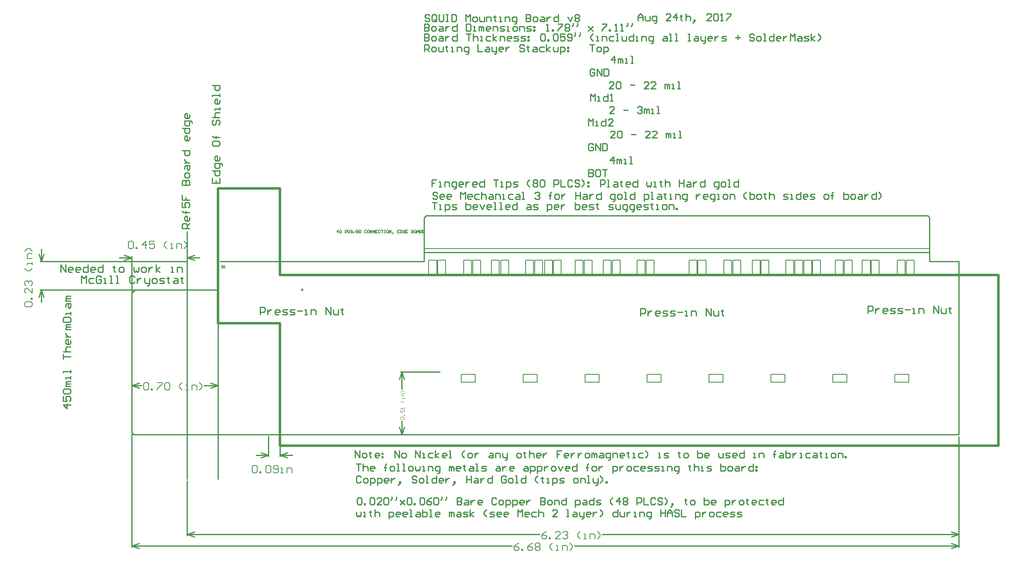
<source format=gm1>
G04 Layer_Color=16711935*
%FSLAX25Y25*%
%MOIN*%
G70*
G01*
G75*
%ADD15C,0.02000*%
%ADD18C,0.00500*%
%ADD20C,0.02000*%
%ADD22C,0.01000*%
%ADD51C,0.00600*%
%ADD54C,0.00400*%
%ADD57C,0.00601*%
D15*
X582000Y129000D02*
D03*
Y117000D02*
D03*
X20000Y129000D02*
D03*
Y117000D02*
D03*
X582000Y-9000D02*
D03*
X2000Y90000D02*
D03*
Y129000D02*
D03*
X-48000Y199000D02*
D03*
Y129000D02*
D03*
X2000Y-9000D02*
D03*
X-48000Y90000D02*
D03*
D18*
X118500Y150500D02*
X526500D01*
X-43772Y136377D02*
X-44105Y136711D01*
X-44771D01*
X-45105Y136377D01*
Y136044D01*
X-44771Y135711D01*
X-44105D01*
X-43772Y135378D01*
Y135044D01*
X-44105Y134711D01*
X-44771D01*
X-45105Y135044D01*
X-43105Y134711D02*
X-42439D01*
X-42772D01*
Y136711D01*
X-43105Y136377D01*
D20*
X2000Y129000D02*
X582000D01*
Y-9000D02*
Y129000D01*
X2000Y-9000D02*
X582000D01*
X2000D02*
Y90000D01*
Y129000D02*
Y199000D01*
X-48000D02*
X2000D01*
X-48000Y90000D02*
X2000D01*
X-48000Y129000D02*
Y199000D01*
Y90000D02*
Y129000D01*
D22*
X-7256Y-17469D02*
Y-1342D01*
X2000Y-17469D02*
Y-9000D01*
Y-16469D02*
X12000D01*
X-17256D02*
X-7256D01*
X2000D02*
X8000Y-18469D01*
X2000Y-16469D02*
X8000Y-14469D01*
X-13256D02*
X-7256Y-16469D01*
X-13256Y-18469D02*
X-7256Y-16469D01*
X-48000Y38710D02*
Y117000D01*
X-117604Y38710D02*
Y112870D01*
X-59310Y39710D02*
X-48000D01*
X-117604D02*
X-109494D01*
X-54000Y41710D02*
X-48000Y39710D01*
X-54000Y37710D02*
X-48000Y39710D01*
X-117604D02*
X-111604Y37710D01*
X-117604Y39710D02*
X-111604Y41710D01*
X550000Y-90854D02*
Y-1500D01*
X-117604Y-90854D02*
Y256D01*
X239690Y-89854D02*
X550000D01*
X-117604D02*
X189506D01*
X544000Y-87854D02*
X550000Y-89854D01*
X544000Y-91854D02*
X550000Y-89854D01*
X-117604D02*
X-111604Y-91854D01*
X-117604Y-89854D02*
X-111604Y-87854D01*
X-73000Y-81568D02*
Y-37323D01*
X550000Y-81568D02*
Y-1500D01*
X-73000Y-80568D02*
X211808D01*
X261992D02*
X550000D01*
X-73000D02*
X-67000Y-82568D01*
X-73000Y-80568D02*
X-67000Y-78568D01*
X544000D02*
X550000Y-80568D01*
X544000Y-82568D02*
X550000Y-80568D01*
X99500Y50678D02*
X131087D01*
X-93500Y0D02*
X101500D01*
X100500Y36835D02*
Y50678D01*
Y0D02*
Y11043D01*
X98500Y44678D02*
X100500Y50678D01*
X102500Y44678D01*
X100500Y0D02*
X102500Y6000D01*
X98500D02*
X100500Y0D01*
X-191759Y140000D02*
X-73116D01*
X-191759Y117000D02*
X-74500D01*
X-190759Y107000D02*
Y117000D01*
Y140000D02*
Y150000D01*
X-192759Y111000D02*
X-190759Y117000D01*
X-188759Y111000D01*
X-190759Y140000D02*
X-188759Y146000D01*
X-192759D02*
X-190759Y140000D01*
X-117604Y115870D02*
Y144161D01*
X-73000Y118500D02*
Y144161D01*
Y143161D02*
X-63000D01*
X-127604D02*
X-117604D01*
X-73000D02*
X-67000Y141161D01*
X-73000Y143161D02*
X-67000Y145161D01*
X-123604D02*
X-117604Y143161D01*
X-123604Y141161D02*
X-117604Y143161D01*
X-48000Y117000D02*
Y154987D01*
X-73116Y140000D02*
X-73000Y139884D01*
Y117000D02*
Y139884D01*
X-73116Y140000D02*
X-73000Y139884D01*
Y117000D02*
X-48000D01*
X-73000D02*
Y139884D01*
X-117604Y114370D02*
X-114974Y117000D01*
X-158281D02*
X-73000D01*
X-115848Y0D02*
X-97500D01*
X-117604Y1756D02*
X-115848Y0D01*
X-117604Y1756D02*
Y114370D01*
X-73000Y117000D02*
Y164097D01*
Y-35823D02*
Y117000D01*
X-48000Y-35823D02*
Y117000D01*
X-97500Y0D02*
X-93500D01*
X118500Y147500D02*
X526500D01*
X-46240Y140000D02*
X118500D01*
Y175500D01*
X120000Y177000D01*
X525000D01*
X526500Y175500D01*
Y140000D02*
Y175500D01*
Y140000D02*
X550000D01*
X-93500Y0D02*
X550000D01*
Y140000D01*
X129135Y195174D02*
X128197Y196111D01*
X126323D01*
X125386Y195174D01*
Y194237D01*
X126323Y193299D01*
X128197D01*
X129135Y192362D01*
Y191425D01*
X128197Y190488D01*
X126323D01*
X125386Y191425D01*
X133820Y190488D02*
X131946D01*
X131009Y191425D01*
Y193299D01*
X131946Y194237D01*
X133820D01*
X134758Y193299D01*
Y192362D01*
X131009D01*
X139444Y190488D02*
X137569D01*
X136632Y191425D01*
Y193299D01*
X137569Y194237D01*
X139444D01*
X140381Y193299D01*
Y192362D01*
X136632D01*
X147879Y190488D02*
Y196111D01*
X149753Y194237D01*
X151627Y196111D01*
Y190488D01*
X156313D02*
X154439D01*
X153502Y191425D01*
Y193299D01*
X154439Y194237D01*
X156313D01*
X157250Y193299D01*
Y192362D01*
X153502D01*
X162874Y194237D02*
X160062D01*
X159125Y193299D01*
Y191425D01*
X160062Y190488D01*
X162874D01*
X164748Y196111D02*
Y190488D01*
Y193299D01*
X165685Y194237D01*
X167560D01*
X168497Y193299D01*
Y190488D01*
X171308Y194237D02*
X173183D01*
X174120Y193299D01*
Y190488D01*
X171308D01*
X170371Y191425D01*
X171308Y192362D01*
X174120D01*
X175994Y190488D02*
Y194237D01*
X178806D01*
X179743Y193299D01*
Y190488D01*
X181617D02*
X183492D01*
X182555D01*
Y194237D01*
X181617D01*
X190052D02*
X187241D01*
X186303Y193299D01*
Y191425D01*
X187241Y190488D01*
X190052D01*
X192864Y194237D02*
X194738D01*
X195676Y193299D01*
Y190488D01*
X192864D01*
X191927Y191425D01*
X192864Y192362D01*
X195676D01*
X197550Y190488D02*
X199424D01*
X198487D01*
Y196111D01*
X197550D01*
X207859Y195174D02*
X208796Y196111D01*
X210671D01*
X211608Y195174D01*
Y194237D01*
X210671Y193299D01*
X209733D01*
X210671D01*
X211608Y192362D01*
Y191425D01*
X210671Y190488D01*
X208796D01*
X207859Y191425D01*
X220043Y190488D02*
Y195174D01*
Y193299D01*
X219105D01*
X220980D01*
X220043D01*
Y195174D01*
X220980Y196111D01*
X224729Y190488D02*
X226603D01*
X227540Y191425D01*
Y193299D01*
X226603Y194237D01*
X224729D01*
X223791Y193299D01*
Y191425D01*
X224729Y190488D01*
X229415Y194237D02*
Y190488D01*
Y192362D01*
X230352Y193299D01*
X231289Y194237D01*
X232226D01*
X240661Y196111D02*
Y190488D01*
Y193299D01*
X244410D01*
Y196111D01*
Y190488D01*
X247221Y194237D02*
X249096D01*
X250033Y193299D01*
Y190488D01*
X247221D01*
X246284Y191425D01*
X247221Y192362D01*
X250033D01*
X251907Y194237D02*
Y190488D01*
Y192362D01*
X252845Y193299D01*
X253782Y194237D01*
X254719D01*
X261279Y196111D02*
Y190488D01*
X258468D01*
X257530Y191425D01*
Y193299D01*
X258468Y194237D01*
X261279D01*
X270651Y188613D02*
X271588D01*
X272526Y189550D01*
Y194237D01*
X269714D01*
X268777Y193299D01*
Y191425D01*
X269714Y190488D01*
X272526D01*
X275337D02*
X277212D01*
X278149Y191425D01*
Y193299D01*
X277212Y194237D01*
X275337D01*
X274400Y193299D01*
Y191425D01*
X275337Y190488D01*
X280023D02*
X281898D01*
X280960D01*
Y196111D01*
X280023D01*
X288458D02*
Y190488D01*
X285646D01*
X284709Y191425D01*
Y193299D01*
X285646Y194237D01*
X288458D01*
X295955Y188613D02*
Y194237D01*
X298767D01*
X299704Y193299D01*
Y191425D01*
X298767Y190488D01*
X295955D01*
X301579D02*
X303453D01*
X302516D01*
Y196111D01*
X301579D01*
X307202Y194237D02*
X309076D01*
X310014Y193299D01*
Y190488D01*
X307202D01*
X306265Y191425D01*
X307202Y192362D01*
X310014D01*
X312825Y195174D02*
Y194237D01*
X311888D01*
X313762D01*
X312825D01*
Y191425D01*
X313762Y190488D01*
X316574D02*
X318448D01*
X317511D01*
Y194237D01*
X316574D01*
X321260Y190488D02*
Y194237D01*
X324071D01*
X325009Y193299D01*
Y190488D01*
X328757Y188613D02*
X329695D01*
X330632Y189550D01*
Y194237D01*
X327820D01*
X326883Y193299D01*
Y191425D01*
X327820Y190488D01*
X330632D01*
X338129Y194237D02*
Y190488D01*
Y192362D01*
X339067Y193299D01*
X340004Y194237D01*
X340941D01*
X346564Y190488D02*
X344690D01*
X343753Y191425D01*
Y193299D01*
X344690Y194237D01*
X346564D01*
X347501Y193299D01*
Y192362D01*
X343753D01*
X351250Y188613D02*
X352187D01*
X353124Y189550D01*
Y194237D01*
X350313D01*
X349376Y193299D01*
Y191425D01*
X350313Y190488D01*
X353124D01*
X354999D02*
X356873D01*
X355936D01*
Y194237D01*
X354999D01*
X360622Y190488D02*
X362496D01*
X363434Y191425D01*
Y193299D01*
X362496Y194237D01*
X360622D01*
X359685Y193299D01*
Y191425D01*
X360622Y190488D01*
X365308D02*
Y194237D01*
X368120D01*
X369057Y193299D01*
Y190488D01*
X378429D02*
X376554Y192362D01*
Y194237D01*
X378429Y196111D01*
X381240D02*
Y190488D01*
X384052D01*
X384989Y191425D01*
Y192362D01*
Y193299D01*
X384052Y194237D01*
X381240D01*
X387801Y190488D02*
X389675D01*
X390612Y191425D01*
Y193299D01*
X389675Y194237D01*
X387801D01*
X386864Y193299D01*
Y191425D01*
X387801Y190488D01*
X393424Y195174D02*
Y194237D01*
X392487D01*
X394361D01*
X393424D01*
Y191425D01*
X394361Y190488D01*
X397173Y196111D02*
Y190488D01*
Y193299D01*
X398110Y194237D01*
X399984D01*
X400921Y193299D01*
Y190488D01*
X408419D02*
X411231D01*
X412168Y191425D01*
X411231Y192362D01*
X409356D01*
X408419Y193299D01*
X409356Y194237D01*
X412168D01*
X414042Y190488D02*
X415917D01*
X414980D01*
Y194237D01*
X414042D01*
X422477Y196111D02*
Y190488D01*
X419665D01*
X418728Y191425D01*
Y193299D01*
X419665Y194237D01*
X422477D01*
X427163Y190488D02*
X425289D01*
X424351Y191425D01*
Y193299D01*
X425289Y194237D01*
X427163D01*
X428100Y193299D01*
Y192362D01*
X424351D01*
X429975Y190488D02*
X432786D01*
X433723Y191425D01*
X432786Y192362D01*
X430912D01*
X429975Y193299D01*
X430912Y194237D01*
X433723D01*
X442158Y190488D02*
X444033D01*
X444970Y191425D01*
Y193299D01*
X444033Y194237D01*
X442158D01*
X441221Y193299D01*
Y191425D01*
X442158Y190488D01*
X447781D02*
Y195174D01*
Y193299D01*
X446844D01*
X448719D01*
X447781D01*
Y195174D01*
X448719Y196111D01*
X457153D02*
Y190488D01*
X459965D01*
X460902Y191425D01*
Y192362D01*
Y193299D01*
X459965Y194237D01*
X457153D01*
X463714Y190488D02*
X465588D01*
X466525Y191425D01*
Y193299D01*
X465588Y194237D01*
X463714D01*
X462777Y193299D01*
Y191425D01*
X463714Y190488D01*
X469337Y194237D02*
X471211D01*
X472149Y193299D01*
Y190488D01*
X469337D01*
X468400Y191425D01*
X469337Y192362D01*
X472149D01*
X474023Y194237D02*
Y190488D01*
Y192362D01*
X474960Y193299D01*
X475897Y194237D01*
X476834D01*
X483395Y196111D02*
Y190488D01*
X480583D01*
X479646Y191425D01*
Y193299D01*
X480583Y194237D01*
X483395D01*
X485269Y190488D02*
X487144Y192362D01*
Y194237D01*
X485269Y196111D01*
X-166839Y23972D02*
X-172837D01*
X-169838Y20973D01*
Y24972D01*
X-172837Y30970D02*
Y26971D01*
X-169838D01*
X-170837Y28971D01*
Y29970D01*
X-169838Y30970D01*
X-167839D01*
X-166839Y29970D01*
Y27971D01*
X-167839Y26971D01*
X-171837Y32969D02*
X-172837Y33969D01*
Y35968D01*
X-171837Y36968D01*
X-167839D01*
X-166839Y35968D01*
Y33969D01*
X-167839Y32969D01*
X-171837D01*
X-166839Y38967D02*
X-170837D01*
Y39967D01*
X-169838Y40967D01*
X-166839D01*
X-169838D01*
X-170837Y41966D01*
X-169838Y42966D01*
X-166839D01*
Y44965D02*
Y46965D01*
Y45965D01*
X-170837D01*
Y44965D01*
X-166839Y49964D02*
Y51963D01*
Y50963D01*
X-172837D01*
Y49964D01*
Y60960D02*
Y64959D01*
Y62959D01*
X-166839D01*
X-172837Y66958D02*
X-166839D01*
X-169838D01*
X-170837Y67958D01*
Y69957D01*
X-169838Y70957D01*
X-166839D01*
Y75955D02*
Y73956D01*
X-167839Y72956D01*
X-169838D01*
X-170837Y73956D01*
Y75955D01*
X-169838Y76955D01*
X-168838D01*
Y72956D01*
X-170837Y78954D02*
X-166839D01*
X-168838D01*
X-169838Y79954D01*
X-170837Y80954D01*
Y81953D01*
X-166839Y84952D02*
X-170837D01*
Y85952D01*
X-169838Y86952D01*
X-166839D01*
X-169838D01*
X-170837Y87951D01*
X-169838Y88951D01*
X-166839D01*
X-172837Y90951D02*
X-166839D01*
Y93950D01*
X-167839Y94949D01*
X-171837D01*
X-172837Y93950D01*
Y90951D01*
X-166839Y96948D02*
Y98948D01*
Y97948D01*
X-170837D01*
Y96948D01*
Y102947D02*
Y104946D01*
X-169838Y105946D01*
X-166839D01*
Y102947D01*
X-167839Y101947D01*
X-168838Y102947D01*
Y105946D01*
X-166839Y107945D02*
X-170837D01*
Y108945D01*
X-169838Y109944D01*
X-166839D01*
X-169838D01*
X-170837Y110944D01*
X-169838Y111944D01*
X-166839D01*
X-158159Y122238D02*
Y128236D01*
X-156159Y126237D01*
X-154160Y128236D01*
Y122238D01*
X-148162Y126237D02*
X-151161D01*
X-152161Y125237D01*
Y123238D01*
X-151161Y122238D01*
X-148162D01*
X-142164Y127237D02*
X-143164Y128236D01*
X-145163D01*
X-146163Y127237D01*
Y123238D01*
X-145163Y122238D01*
X-143164D01*
X-142164Y123238D01*
Y125237D01*
X-144163D01*
X-140165Y122238D02*
X-138165D01*
X-139165D01*
Y126237D01*
X-140165D01*
X-135166Y122238D02*
X-133167D01*
X-134167D01*
Y128236D01*
X-135166D01*
X-130168Y122238D02*
X-128168D01*
X-129168D01*
Y128236D01*
X-130168D01*
X-115173Y127237D02*
X-116172Y128236D01*
X-118172D01*
X-119171Y127237D01*
Y123238D01*
X-118172Y122238D01*
X-116172D01*
X-115173Y123238D01*
X-113173Y126237D02*
Y122238D01*
Y124238D01*
X-112174Y125237D01*
X-111174Y126237D01*
X-110174D01*
X-107175D02*
Y123238D01*
X-106176Y122238D01*
X-103177D01*
Y121239D01*
X-104176Y120239D01*
X-105176D01*
X-103177Y122238D02*
Y126237D01*
X-100178Y122238D02*
X-98178D01*
X-97179Y123238D01*
Y125237D01*
X-98178Y126237D01*
X-100178D01*
X-101177Y125237D01*
Y123238D01*
X-100178Y122238D01*
X-95179D02*
X-92180D01*
X-91180Y123238D01*
X-92180Y124238D01*
X-94179D01*
X-95179Y125237D01*
X-94179Y126237D01*
X-91180D01*
X-88181Y127237D02*
Y126237D01*
X-89181D01*
X-87182D01*
X-88181D01*
Y123238D01*
X-87182Y122238D01*
X-83183Y126237D02*
X-81184D01*
X-80184Y125237D01*
Y122238D01*
X-83183D01*
X-84183Y123238D01*
X-83183Y124238D01*
X-80184D01*
X-77185Y127237D02*
Y126237D01*
X-78185D01*
X-76185D01*
X-77185D01*
Y123238D01*
X-76185Y122238D01*
X-174875Y131240D02*
Y137238D01*
X-170877Y131240D01*
Y137238D01*
X-165878Y131240D02*
X-167878D01*
X-168877Y132239D01*
Y134239D01*
X-167878Y135238D01*
X-165878D01*
X-164879Y134239D01*
Y133239D01*
X-168877D01*
X-159880Y131240D02*
X-161880D01*
X-162879Y132239D01*
Y134239D01*
X-161880Y135238D01*
X-159880D01*
X-158881Y134239D01*
Y133239D01*
X-162879D01*
X-152883Y137238D02*
Y131240D01*
X-155882D01*
X-156881Y132239D01*
Y134239D01*
X-155882Y135238D01*
X-152883D01*
X-147884Y131240D02*
X-149884D01*
X-150883Y132239D01*
Y134239D01*
X-149884Y135238D01*
X-147884D01*
X-146885Y134239D01*
Y133239D01*
X-150883D01*
X-140886Y137238D02*
Y131240D01*
X-143886D01*
X-144885Y132239D01*
Y134239D01*
X-143886Y135238D01*
X-140886D01*
X-131889Y136238D02*
Y135238D01*
X-132889D01*
X-130890D01*
X-131889D01*
Y132239D01*
X-130890Y131240D01*
X-126891D02*
X-124892D01*
X-123892Y132239D01*
Y134239D01*
X-124892Y135238D01*
X-126891D01*
X-127891Y134239D01*
Y132239D01*
X-126891Y131240D01*
X-115895Y135238D02*
Y132239D01*
X-114895Y131240D01*
X-113895Y132239D01*
X-112896Y131240D01*
X-111896Y132239D01*
Y135238D01*
X-108897Y131240D02*
X-106897D01*
X-105898Y132239D01*
Y134239D01*
X-106897Y135238D01*
X-108897D01*
X-109897Y134239D01*
Y132239D01*
X-108897Y131240D01*
X-103899Y135238D02*
Y131240D01*
Y133239D01*
X-102899Y134239D01*
X-101899Y135238D01*
X-100899D01*
X-97900Y131240D02*
Y137238D01*
Y133239D02*
X-94901Y135238D01*
X-97900Y133239D02*
X-94901Y131240D01*
X-85904D02*
X-83905D01*
X-84905D01*
Y135238D01*
X-85904D01*
X-80906Y131240D02*
Y135238D01*
X-77907D01*
X-76907Y134239D01*
Y131240D01*
X-71083Y166863D02*
X-77081D01*
Y169862D01*
X-76081Y170862D01*
X-74082D01*
X-73082Y169862D01*
Y166863D01*
Y168862D02*
X-71083Y170862D01*
Y175860D02*
Y173861D01*
X-72082Y172861D01*
X-74082D01*
X-75081Y173861D01*
Y175860D01*
X-74082Y176860D01*
X-73082D01*
Y172861D01*
X-71083Y179859D02*
X-76081D01*
X-74082D01*
Y178859D01*
Y180858D01*
Y179859D01*
X-76081D01*
X-77081Y180858D01*
Y187856D02*
Y183857D01*
X-74082D01*
X-75081Y185857D01*
Y186856D01*
X-74082Y187856D01*
X-72082D01*
X-71083Y186856D01*
Y184857D01*
X-72082Y183857D01*
X-77081Y193854D02*
Y189856D01*
X-74082D01*
Y191855D01*
Y189856D01*
X-71083D01*
X-77081Y201852D02*
X-71083D01*
Y204851D01*
X-72082Y205850D01*
X-73082D01*
X-74082Y204851D01*
Y201852D01*
Y204851D01*
X-75081Y205850D01*
X-76081D01*
X-77081Y204851D01*
Y201852D01*
X-71083Y208849D02*
Y210849D01*
X-72082Y211848D01*
X-74082D01*
X-75081Y210849D01*
Y208849D01*
X-74082Y207850D01*
X-72082D01*
X-71083Y208849D01*
X-75081Y214847D02*
Y216847D01*
X-74082Y217846D01*
X-71083D01*
Y214847D01*
X-72082Y213848D01*
X-73082Y214847D01*
Y217846D01*
X-75081Y219846D02*
X-71083D01*
X-73082D01*
X-74082Y220846D01*
X-75081Y221845D01*
Y222845D01*
X-77081Y229843D02*
X-71083D01*
Y226844D01*
X-72082Y225844D01*
X-74082D01*
X-75081Y226844D01*
Y229843D01*
X-71083Y240839D02*
Y238840D01*
X-72082Y237840D01*
X-74082D01*
X-75081Y238840D01*
Y240839D01*
X-74082Y241839D01*
X-73082D01*
Y237840D01*
X-77081Y247837D02*
X-71083D01*
Y244838D01*
X-72082Y243838D01*
X-74082D01*
X-75081Y244838D01*
Y247837D01*
X-69083Y251835D02*
Y252835D01*
X-70083Y253835D01*
X-75081D01*
Y250836D01*
X-74082Y249836D01*
X-72082D01*
X-71083Y250836D01*
Y253835D01*
Y258833D02*
Y256834D01*
X-72082Y255834D01*
X-74082D01*
X-75081Y256834D01*
Y258833D01*
X-74082Y259833D01*
X-73082D01*
Y255834D01*
X-52569Y207382D02*
Y203383D01*
X-46571D01*
Y207382D01*
X-49570Y203383D02*
Y205383D01*
X-52569Y213380D02*
X-46571D01*
Y210381D01*
X-47571Y209381D01*
X-49570D01*
X-50570Y210381D01*
Y213380D01*
X-44572Y217379D02*
Y218378D01*
X-45571Y219378D01*
X-50570D01*
Y216379D01*
X-49570Y215379D01*
X-47571D01*
X-46571Y216379D01*
Y219378D01*
Y224376D02*
Y222377D01*
X-47571Y221377D01*
X-49570D01*
X-50570Y222377D01*
Y224376D01*
X-49570Y225376D01*
X-48570D01*
Y221377D01*
X-52569Y236372D02*
Y234373D01*
X-51569Y233373D01*
X-47571D01*
X-46571Y234373D01*
Y236372D01*
X-47571Y237372D01*
X-51569D01*
X-52569Y236372D01*
X-46571Y240371D02*
X-51569D01*
X-49570D01*
Y239372D01*
Y241371D01*
Y240371D01*
X-51569D01*
X-52569Y241371D01*
X-51569Y254367D02*
X-52569Y253367D01*
Y251368D01*
X-51569Y250368D01*
X-50570D01*
X-49570Y251368D01*
Y253367D01*
X-48570Y254367D01*
X-47571D01*
X-46571Y253367D01*
Y251368D01*
X-47571Y250368D01*
X-52569Y256366D02*
X-46571D01*
X-49570D01*
X-50570Y257366D01*
Y259365D01*
X-49570Y260365D01*
X-46571D01*
Y262364D02*
Y264364D01*
Y263364D01*
X-50570D01*
Y262364D01*
X-46571Y270361D02*
Y268362D01*
X-47571Y267362D01*
X-49570D01*
X-50570Y268362D01*
Y270361D01*
X-49570Y271361D01*
X-48570D01*
Y267362D01*
X-46571Y273361D02*
Y275360D01*
Y274360D01*
X-52569D01*
Y273361D01*
Y282358D02*
X-46571D01*
Y279359D01*
X-47571Y278359D01*
X-49570D01*
X-50570Y279359D01*
Y282358D01*
X251200Y214423D02*
Y208800D01*
X254012D01*
X254949Y209737D01*
Y210674D01*
X254012Y211612D01*
X251200D01*
X254012D01*
X254949Y212549D01*
Y213486D01*
X254012Y214423D01*
X251200D01*
X259635D02*
X257760D01*
X256823Y213486D01*
Y209737D01*
X257760Y208800D01*
X259635D01*
X260572Y209737D01*
Y213486D01*
X259635Y214423D01*
X262446D02*
X266195D01*
X264321D01*
Y208800D01*
X251100Y249600D02*
Y255223D01*
X252974Y253349D01*
X254849Y255223D01*
Y249600D01*
X256723D02*
X258598D01*
X257660D01*
Y253349D01*
X256723D01*
X265158Y255223D02*
Y249600D01*
X262346D01*
X261409Y250537D01*
Y252412D01*
X262346Y253349D01*
X265158D01*
X270781Y249600D02*
X267032D01*
X270781Y253349D01*
Y254286D01*
X269844Y255223D01*
X267969D01*
X267032Y254286D01*
X252800Y269600D02*
Y275223D01*
X254674Y273349D01*
X256549Y275223D01*
Y269600D01*
X258423D02*
X260298D01*
X259360D01*
Y273349D01*
X258423D01*
X266858Y275223D02*
Y269600D01*
X264046D01*
X263109Y270537D01*
Y272412D01*
X264046Y273349D01*
X266858D01*
X268732Y269600D02*
X270607D01*
X269670D01*
Y275223D01*
X268732Y274286D01*
X254949Y234286D02*
X254012Y235223D01*
X252137D01*
X251200Y234286D01*
Y230537D01*
X252137Y229600D01*
X254012D01*
X254949Y230537D01*
Y232412D01*
X253074D01*
X256823Y229600D02*
Y235223D01*
X260572Y229600D01*
Y235223D01*
X262446D02*
Y229600D01*
X265258D01*
X266195Y230537D01*
Y234286D01*
X265258Y235223D01*
X262446D01*
X256049Y294686D02*
X255112Y295623D01*
X253237D01*
X252300Y294686D01*
Y290937D01*
X253237Y290000D01*
X255112D01*
X256049Y290937D01*
Y292812D01*
X254174D01*
X257923Y290000D02*
Y295623D01*
X261672Y290000D01*
Y295623D01*
X263546D02*
Y290000D01*
X266358D01*
X267295Y290937D01*
Y294686D01*
X266358Y295623D01*
X263546D01*
X252100Y315323D02*
X255849D01*
X253974D01*
Y309700D01*
X258660D02*
X260535D01*
X261472Y310637D01*
Y312512D01*
X260535Y313449D01*
X258660D01*
X257723Y312512D01*
Y310637D01*
X258660Y309700D01*
X263346Y307826D02*
Y313449D01*
X266158D01*
X267095Y312512D01*
Y310637D01*
X266158Y309700D01*
X263346D01*
X271312Y219000D02*
Y224623D01*
X268500Y221812D01*
X272249D01*
X274123Y219000D02*
Y222749D01*
X275060D01*
X275998Y221812D01*
Y219000D01*
Y221812D01*
X276935Y222749D01*
X277872Y221812D01*
Y219000D01*
X279746D02*
X281621D01*
X280684D01*
Y222749D01*
X279746D01*
X284432Y219000D02*
X286307D01*
X285369D01*
Y224623D01*
X284432D01*
X272549Y239900D02*
X268800D01*
X272549Y243649D01*
Y244586D01*
X271612Y245523D01*
X269737D01*
X268800Y244586D01*
X274423D02*
X275360Y245523D01*
X277235D01*
X278172Y244586D01*
Y240837D01*
X277235Y239900D01*
X275360D01*
X274423Y240837D01*
Y244586D01*
X285669Y242712D02*
X289418D01*
X300665Y239900D02*
X296916D01*
X300665Y243649D01*
Y244586D01*
X299728Y245523D01*
X297853D01*
X296916Y244586D01*
X306288Y239900D02*
X302539D01*
X306288Y243649D01*
Y244586D01*
X305351Y245523D01*
X303476D01*
X302539Y244586D01*
X313785Y239900D02*
Y243649D01*
X314723D01*
X315660Y242712D01*
Y239900D01*
Y242712D01*
X316597Y243649D01*
X317534Y242712D01*
Y239900D01*
X319409D02*
X321283D01*
X320346D01*
Y243649D01*
X319409D01*
X324095Y239900D02*
X325969D01*
X325032D01*
Y245523D01*
X324095D01*
X271849Y259700D02*
X268100D01*
X271849Y263449D01*
Y264386D01*
X270912Y265323D01*
X269037D01*
X268100Y264386D01*
X279346Y262512D02*
X283095D01*
X290593Y264386D02*
X291530Y265323D01*
X293404D01*
X294341Y264386D01*
Y263449D01*
X293404Y262512D01*
X292467D01*
X293404D01*
X294341Y261574D01*
Y260637D01*
X293404Y259700D01*
X291530D01*
X290593Y260637D01*
X296216Y259700D02*
Y263449D01*
X297153D01*
X298090Y262512D01*
Y259700D01*
Y262512D01*
X299027Y263449D01*
X299965Y262512D01*
Y259700D01*
X301839D02*
X303713D01*
X302776D01*
Y263449D01*
X301839D01*
X306525Y259700D02*
X308399D01*
X307462D01*
Y265323D01*
X306525D01*
X271549Y279800D02*
X267800D01*
X271549Y283549D01*
Y284486D01*
X270612Y285423D01*
X268737D01*
X267800Y284486D01*
X273423D02*
X274360Y285423D01*
X276235D01*
X277172Y284486D01*
Y280737D01*
X276235Y279800D01*
X274360D01*
X273423Y280737D01*
Y284486D01*
X284669Y282612D02*
X288418D01*
X299665Y279800D02*
X295916D01*
X299665Y283549D01*
Y284486D01*
X298727Y285423D01*
X296853D01*
X295916Y284486D01*
X305288Y279800D02*
X301539D01*
X305288Y283549D01*
Y284486D01*
X304351Y285423D01*
X302476D01*
X301539Y284486D01*
X312785Y279800D02*
Y283549D01*
X313723D01*
X314660Y282612D01*
Y279800D01*
Y282612D01*
X315597Y283549D01*
X316534Y282612D01*
Y279800D01*
X318409D02*
X320283D01*
X319346D01*
Y283549D01*
X318409D01*
X323095Y279800D02*
X324969D01*
X324032D01*
Y285423D01*
X323095D01*
X272212Y300400D02*
Y306023D01*
X269400Y303212D01*
X273149D01*
X275023Y300400D02*
Y304149D01*
X275960D01*
X276898Y303212D01*
Y300400D01*
Y303212D01*
X277835Y304149D01*
X278772Y303212D01*
Y300400D01*
X280646D02*
X282521D01*
X281584D01*
Y304149D01*
X280646D01*
X285332Y300400D02*
X287207D01*
X286269D01*
Y306023D01*
X285332D01*
X118700Y331923D02*
Y326300D01*
X121512D01*
X122449Y327237D01*
Y328174D01*
X121512Y329112D01*
X118700D01*
X121512D01*
X122449Y330049D01*
Y330986D01*
X121512Y331923D01*
X118700D01*
X125260Y326300D02*
X127135D01*
X128072Y327237D01*
Y329112D01*
X127135Y330049D01*
X125260D01*
X124323Y329112D01*
Y327237D01*
X125260Y326300D01*
X130884Y330049D02*
X132758D01*
X133695Y329112D01*
Y326300D01*
X130884D01*
X129946Y327237D01*
X130884Y328174D01*
X133695D01*
X135570Y330049D02*
Y326300D01*
Y328174D01*
X136507Y329112D01*
X137444Y330049D01*
X138381D01*
X144941Y331923D02*
Y326300D01*
X142130D01*
X141193Y327237D01*
Y329112D01*
X142130Y330049D01*
X144941D01*
X152439Y331923D02*
Y326300D01*
X155251D01*
X156188Y327237D01*
Y330986D01*
X155251Y331923D01*
X152439D01*
X158062Y326300D02*
X159937D01*
X159000D01*
Y330049D01*
X158062D01*
X162748Y326300D02*
Y330049D01*
X163685D01*
X164623Y329112D01*
Y326300D01*
Y329112D01*
X165560Y330049D01*
X166497Y329112D01*
Y326300D01*
X171183D02*
X169309D01*
X168371Y327237D01*
Y329112D01*
X169309Y330049D01*
X171183D01*
X172120Y329112D01*
Y328174D01*
X168371D01*
X173995Y326300D02*
Y330049D01*
X176806D01*
X177743Y329112D01*
Y326300D01*
X179618D02*
X182429D01*
X183367Y327237D01*
X182429Y328174D01*
X180555D01*
X179618Y329112D01*
X180555Y330049D01*
X183367D01*
X185241Y326300D02*
X187115D01*
X186178D01*
Y330049D01*
X185241D01*
X190864Y326300D02*
X192738D01*
X193676Y327237D01*
Y329112D01*
X192738Y330049D01*
X190864D01*
X189927Y329112D01*
Y327237D01*
X190864Y326300D01*
X195550D02*
Y330049D01*
X198362D01*
X199299Y329112D01*
Y326300D01*
X201173D02*
X203985D01*
X204922Y327237D01*
X203985Y328174D01*
X202111D01*
X201173Y329112D01*
X202111Y330049D01*
X204922D01*
X206797D02*
X207734D01*
Y329112D01*
X206797D01*
Y330049D01*
Y327237D02*
X207734D01*
Y326300D01*
X206797D01*
Y327237D01*
X217106Y326300D02*
X218980D01*
X218043D01*
Y331923D01*
X217106Y330986D01*
X221792Y326300D02*
Y327237D01*
X222729D01*
Y326300D01*
X221792D01*
X226478Y331923D02*
X230226D01*
Y330986D01*
X226478Y327237D01*
Y326300D01*
X232101Y330986D02*
X233038Y331923D01*
X234912D01*
X235850Y330986D01*
Y330049D01*
X234912Y329112D01*
X235850Y328174D01*
Y327237D01*
X234912Y326300D01*
X233038D01*
X232101Y327237D01*
Y328174D01*
X233038Y329112D01*
X232101Y330049D01*
Y330986D01*
X233038Y329112D02*
X234912D01*
X238661Y332860D02*
Y330986D01*
X237724Y330049D01*
X242410Y332860D02*
Y330986D01*
X241473Y330049D01*
X250845D02*
X254593Y326300D01*
X252719Y328174D01*
X254593Y330049D01*
X250845Y326300D01*
X262091Y331923D02*
X265840D01*
Y330986D01*
X262091Y327237D01*
Y326300D01*
X267714D02*
Y327237D01*
X268652D01*
Y326300D01*
X267714D01*
X272400D02*
X274275D01*
X273337D01*
Y331923D01*
X272400Y330986D01*
X277086Y326300D02*
X278961D01*
X278023D01*
Y331923D01*
X277086Y330986D01*
X282709Y332860D02*
Y330986D01*
X281772Y330049D01*
X286458Y332860D02*
Y330986D01*
X285521Y330049D01*
X118700Y309700D02*
Y315323D01*
X121512D01*
X122449Y314386D01*
Y312512D01*
X121512Y311574D01*
X118700D01*
X120574D02*
X122449Y309700D01*
X125260D02*
X127135D01*
X128072Y310637D01*
Y312512D01*
X127135Y313449D01*
X125260D01*
X124323Y312512D01*
Y310637D01*
X125260Y309700D01*
X129946Y313449D02*
Y310637D01*
X130884Y309700D01*
X133695D01*
Y313449D01*
X136507Y314386D02*
Y313449D01*
X135570D01*
X137444D01*
X136507D01*
Y310637D01*
X137444Y309700D01*
X140255D02*
X142130D01*
X141193D01*
Y313449D01*
X140255D01*
X144941Y309700D02*
Y313449D01*
X147753D01*
X148690Y312512D01*
Y309700D01*
X152439Y307826D02*
X153376D01*
X154314Y308763D01*
Y313449D01*
X151502D01*
X150565Y312512D01*
Y310637D01*
X151502Y309700D01*
X154314D01*
X161811Y315323D02*
Y309700D01*
X165560D01*
X168371Y313449D02*
X170246D01*
X171183Y312512D01*
Y309700D01*
X168371D01*
X167434Y310637D01*
X168371Y311574D01*
X171183D01*
X173057Y313449D02*
Y310637D01*
X173995Y309700D01*
X176806D01*
Y308763D01*
X175869Y307826D01*
X174932D01*
X176806Y309700D02*
Y313449D01*
X181492Y309700D02*
X179618D01*
X178681Y310637D01*
Y312512D01*
X179618Y313449D01*
X181492D01*
X182429Y312512D01*
Y311574D01*
X178681D01*
X184304Y313449D02*
Y309700D01*
Y311574D01*
X185241Y312512D01*
X186178Y313449D01*
X187115D01*
X199299Y314386D02*
X198362Y315323D01*
X196487D01*
X195550Y314386D01*
Y313449D01*
X196487Y312512D01*
X198362D01*
X199299Y311574D01*
Y310637D01*
X198362Y309700D01*
X196487D01*
X195550Y310637D01*
X202111Y314386D02*
Y313449D01*
X201173D01*
X203048D01*
X202111D01*
Y310637D01*
X203048Y309700D01*
X206797Y313449D02*
X208671D01*
X209608Y312512D01*
Y309700D01*
X206797D01*
X205859Y310637D01*
X206797Y311574D01*
X209608D01*
X215231Y313449D02*
X212420D01*
X211483Y312512D01*
Y310637D01*
X212420Y309700D01*
X215231D01*
X217106D02*
Y315323D01*
Y311574D02*
X219917Y313449D01*
X217106Y311574D02*
X219917Y309700D01*
X222729Y313449D02*
Y310637D01*
X223666Y309700D01*
X226478D01*
Y313449D01*
X228352Y307826D02*
Y313449D01*
X231164D01*
X232101Y312512D01*
Y310637D01*
X231164Y309700D01*
X228352D01*
X233975Y313449D02*
X234912D01*
Y312512D01*
X233975D01*
Y313449D01*
Y310637D02*
X234912D01*
Y309700D01*
X233975D01*
Y310637D01*
X118700Y324023D02*
Y318400D01*
X121512D01*
X122449Y319337D01*
Y320274D01*
X121512Y321212D01*
X118700D01*
X121512D01*
X122449Y322149D01*
Y323086D01*
X121512Y324023D01*
X118700D01*
X125260Y318400D02*
X127135D01*
X128072Y319337D01*
Y321212D01*
X127135Y322149D01*
X125260D01*
X124323Y321212D01*
Y319337D01*
X125260Y318400D01*
X130884Y322149D02*
X132758D01*
X133695Y321212D01*
Y318400D01*
X130884D01*
X129946Y319337D01*
X130884Y320274D01*
X133695D01*
X135570Y322149D02*
Y318400D01*
Y320274D01*
X136507Y321212D01*
X137444Y322149D01*
X138381D01*
X144941Y324023D02*
Y318400D01*
X142130D01*
X141193Y319337D01*
Y321212D01*
X142130Y322149D01*
X144941D01*
X152439Y324023D02*
X156188D01*
X154314D01*
Y318400D01*
X158062Y324023D02*
Y318400D01*
Y321212D01*
X159000Y322149D01*
X160874D01*
X161811Y321212D01*
Y318400D01*
X163685D02*
X165560D01*
X164623D01*
Y322149D01*
X163685D01*
X172120D02*
X169309D01*
X168371Y321212D01*
Y319337D01*
X169309Y318400D01*
X172120D01*
X173995D02*
Y324023D01*
Y320274D02*
X176806Y322149D01*
X173995Y320274D02*
X176806Y318400D01*
X179618D02*
Y322149D01*
X182429D01*
X183367Y321212D01*
Y318400D01*
X188052D02*
X186178D01*
X185241Y319337D01*
Y321212D01*
X186178Y322149D01*
X188052D01*
X188990Y321212D01*
Y320274D01*
X185241D01*
X190864Y318400D02*
X193676D01*
X194613Y319337D01*
X193676Y320274D01*
X191801D01*
X190864Y321212D01*
X191801Y322149D01*
X194613D01*
X196487Y318400D02*
X199299D01*
X200236Y319337D01*
X199299Y320274D01*
X197424D01*
X196487Y321212D01*
X197424Y322149D01*
X200236D01*
X202111D02*
X203048D01*
Y321212D01*
X202111D01*
Y322149D01*
Y319337D02*
X203048D01*
Y318400D01*
X202111D01*
Y319337D01*
X212420Y323086D02*
X213357Y324023D01*
X215231D01*
X216168Y323086D01*
Y319337D01*
X215231Y318400D01*
X213357D01*
X212420Y319337D01*
Y323086D01*
X218043Y318400D02*
Y319337D01*
X218980D01*
Y318400D01*
X218043D01*
X222729Y323086D02*
X223666Y324023D01*
X225540D01*
X226478Y323086D01*
Y319337D01*
X225540Y318400D01*
X223666D01*
X222729Y319337D01*
Y323086D01*
X232101Y324023D02*
X228352D01*
Y321212D01*
X230226Y322149D01*
X231164D01*
X232101Y321212D01*
Y319337D01*
X231164Y318400D01*
X229289D01*
X228352Y319337D01*
X233975D02*
X234912Y318400D01*
X236787D01*
X237724Y319337D01*
Y323086D01*
X236787Y324023D01*
X234912D01*
X233975Y323086D01*
Y322149D01*
X234912Y321212D01*
X237724D01*
X240536Y324960D02*
Y323086D01*
X239598Y322149D01*
X244284Y324960D02*
Y323086D01*
X243347Y322149D01*
X254593Y318400D02*
X252719Y320274D01*
Y322149D01*
X254593Y324023D01*
X257405Y318400D02*
X259279D01*
X258342D01*
Y322149D01*
X257405D01*
X262091Y318400D02*
Y322149D01*
X264903D01*
X265840Y321212D01*
Y318400D01*
X271463Y322149D02*
X268652D01*
X267714Y321212D01*
Y319337D01*
X268652Y318400D01*
X271463D01*
X273337D02*
X275212D01*
X274275D01*
Y324023D01*
X273337D01*
X278023Y322149D02*
Y319337D01*
X278961Y318400D01*
X281772D01*
Y322149D01*
X287395Y324023D02*
Y318400D01*
X284584D01*
X283647Y319337D01*
Y321212D01*
X284584Y322149D01*
X287395D01*
X289270Y318400D02*
X291144D01*
X290207D01*
Y322149D01*
X289270D01*
X293956Y318400D02*
Y322149D01*
X296767D01*
X297705Y321212D01*
Y318400D01*
X301453Y316526D02*
X302391D01*
X303328Y317463D01*
Y322149D01*
X300516D01*
X299579Y321212D01*
Y319337D01*
X300516Y318400D01*
X303328D01*
X311762Y322149D02*
X313637D01*
X314574Y321212D01*
Y318400D01*
X311762D01*
X310825Y319337D01*
X311762Y320274D01*
X314574D01*
X316448Y318400D02*
X318323D01*
X317386D01*
Y324023D01*
X316448D01*
X321134Y318400D02*
X323009D01*
X322072D01*
Y324023D01*
X321134D01*
X331444Y318400D02*
X333318D01*
X332381D01*
Y324023D01*
X331444D01*
X337067Y322149D02*
X338941D01*
X339878Y321212D01*
Y318400D01*
X337067D01*
X336130Y319337D01*
X337067Y320274D01*
X339878D01*
X341753Y322149D02*
Y319337D01*
X342690Y318400D01*
X345502D01*
Y317463D01*
X344564Y316526D01*
X343627D01*
X345502Y318400D02*
Y322149D01*
X350188Y318400D02*
X348313D01*
X347376Y319337D01*
Y321212D01*
X348313Y322149D01*
X350188D01*
X351125Y321212D01*
Y320274D01*
X347376D01*
X352999Y322149D02*
Y318400D01*
Y320274D01*
X353936Y321212D01*
X354873Y322149D01*
X355811D01*
X358622Y318400D02*
X361434D01*
X362371Y319337D01*
X361434Y320274D01*
X359559D01*
X358622Y321212D01*
X359559Y322149D01*
X362371D01*
X369869Y321212D02*
X373618D01*
X371743Y323086D02*
Y319337D01*
X384864Y323086D02*
X383927Y324023D01*
X382052D01*
X381115Y323086D01*
Y322149D01*
X382052Y321212D01*
X383927D01*
X384864Y320274D01*
Y319337D01*
X383927Y318400D01*
X382052D01*
X381115Y319337D01*
X387675Y318400D02*
X389550D01*
X390487Y319337D01*
Y321212D01*
X389550Y322149D01*
X387675D01*
X386738Y321212D01*
Y319337D01*
X387675Y318400D01*
X392361D02*
X394236D01*
X393299D01*
Y324023D01*
X392361D01*
X400796D02*
Y318400D01*
X397985D01*
X397047Y319337D01*
Y321212D01*
X397985Y322149D01*
X400796D01*
X405482Y318400D02*
X403608D01*
X402671Y319337D01*
Y321212D01*
X403608Y322149D01*
X405482D01*
X406419Y321212D01*
Y320274D01*
X402671D01*
X408294Y322149D02*
Y318400D01*
Y320274D01*
X409231Y321212D01*
X410168Y322149D01*
X411105D01*
X413917Y318400D02*
Y324023D01*
X415791Y322149D01*
X417666Y324023D01*
Y318400D01*
X420477Y322149D02*
X422352D01*
X423289Y321212D01*
Y318400D01*
X420477D01*
X419540Y319337D01*
X420477Y320274D01*
X423289D01*
X425163Y318400D02*
X427975D01*
X428912Y319337D01*
X427975Y320274D01*
X426100D01*
X425163Y321212D01*
X426100Y322149D01*
X428912D01*
X430787Y318400D02*
Y324023D01*
Y320274D02*
X433598Y322149D01*
X430787Y320274D02*
X433598Y318400D01*
X436410D02*
X438284Y320274D01*
Y322149D01*
X436410Y324023D01*
X122849Y338686D02*
X121912Y339623D01*
X120037D01*
X119100Y338686D01*
Y337749D01*
X120037Y336812D01*
X121912D01*
X122849Y335874D01*
Y334937D01*
X121912Y334000D01*
X120037D01*
X119100Y334937D01*
X128472D02*
Y338686D01*
X127535Y339623D01*
X125660D01*
X124723Y338686D01*
Y334937D01*
X125660Y334000D01*
X127535D01*
X126598Y335874D02*
X128472Y334000D01*
X127535D02*
X128472Y334937D01*
X130346Y339623D02*
Y334937D01*
X131284Y334000D01*
X133158D01*
X134095Y334937D01*
Y339623D01*
X135969D02*
X137844D01*
X136907D01*
Y334000D01*
X135969D01*
X137844D01*
X140656Y339623D02*
Y334000D01*
X143467D01*
X144404Y334937D01*
Y338686D01*
X143467Y339623D01*
X140656D01*
X151902Y334000D02*
Y339623D01*
X153776Y337749D01*
X155651Y339623D01*
Y334000D01*
X158462D02*
X160337D01*
X161274Y334937D01*
Y336812D01*
X160337Y337749D01*
X158462D01*
X157525Y336812D01*
Y334937D01*
X158462Y334000D01*
X163148Y337749D02*
Y334937D01*
X164085Y334000D01*
X166897D01*
Y337749D01*
X168771Y334000D02*
Y337749D01*
X171583D01*
X172520Y336812D01*
Y334000D01*
X175332Y338686D02*
Y337749D01*
X174395D01*
X176269D01*
X175332D01*
Y334937D01*
X176269Y334000D01*
X179081D02*
X180955D01*
X180018D01*
Y337749D01*
X179081D01*
X183767Y334000D02*
Y337749D01*
X186578D01*
X187515Y336812D01*
Y334000D01*
X191264Y332126D02*
X192201D01*
X193139Y333063D01*
Y337749D01*
X190327D01*
X189390Y336812D01*
Y334937D01*
X190327Y334000D01*
X193139D01*
X200636Y339623D02*
Y334000D01*
X203448D01*
X204385Y334937D01*
Y335874D01*
X203448Y336812D01*
X200636D01*
X203448D01*
X204385Y337749D01*
Y338686D01*
X203448Y339623D01*
X200636D01*
X207196Y334000D02*
X209071D01*
X210008Y334937D01*
Y336812D01*
X209071Y337749D01*
X207196D01*
X206259Y336812D01*
Y334937D01*
X207196Y334000D01*
X212820Y337749D02*
X214694D01*
X215631Y336812D01*
Y334000D01*
X212820D01*
X211882Y334937D01*
X212820Y335874D01*
X215631D01*
X217506Y337749D02*
Y334000D01*
Y335874D01*
X218443Y336812D01*
X219380Y337749D01*
X220317D01*
X226878Y339623D02*
Y334000D01*
X224066D01*
X223129Y334937D01*
Y336812D01*
X224066Y337749D01*
X226878D01*
X234375D02*
X236250Y334000D01*
X238124Y337749D01*
X239998Y338686D02*
X240936Y339623D01*
X242810D01*
X243747Y338686D01*
Y337749D01*
X242810Y336812D01*
X243747Y335874D01*
Y334937D01*
X242810Y334000D01*
X240936D01*
X239998Y334937D01*
Y335874D01*
X240936Y336812D01*
X239998Y337749D01*
Y338686D01*
X240936Y336812D02*
X242810D01*
X291200Y334600D02*
Y338349D01*
X293074Y340223D01*
X294949Y338349D01*
Y334600D01*
Y337412D01*
X291200D01*
X296823Y338349D02*
Y335537D01*
X297760Y334600D01*
X300572D01*
Y338349D01*
X304321Y332726D02*
X305258D01*
X306195Y333663D01*
Y338349D01*
X303384D01*
X302446Y337412D01*
Y335537D01*
X303384Y334600D01*
X306195D01*
X317442D02*
X313693D01*
X317442Y338349D01*
Y339286D01*
X316504Y340223D01*
X314630D01*
X313693Y339286D01*
X322128Y334600D02*
Y340223D01*
X319316Y337412D01*
X323065D01*
X325876Y339286D02*
Y338349D01*
X324939D01*
X326814D01*
X325876D01*
Y335537D01*
X326814Y334600D01*
X329625Y340223D02*
Y334600D01*
Y337412D01*
X330562Y338349D01*
X332437D01*
X333374Y337412D01*
Y334600D01*
X336185Y333663D02*
X337123Y334600D01*
Y335537D01*
X336185D01*
Y334600D01*
X337123D01*
X336185Y333663D01*
X335248Y332726D01*
X350243Y334600D02*
X346495D01*
X350243Y338349D01*
Y339286D01*
X349306Y340223D01*
X347432D01*
X346495Y339286D01*
X352118D02*
X353055Y340223D01*
X354929D01*
X355867Y339286D01*
Y335537D01*
X354929Y334600D01*
X353055D01*
X352118Y335537D01*
Y339286D01*
X357741Y334600D02*
X359615D01*
X358678D01*
Y340223D01*
X357741Y339286D01*
X362427Y340223D02*
X366176D01*
Y339286D01*
X362427Y335537D01*
Y334600D01*
X62700Y-18700D02*
Y-13077D01*
X66449Y-18700D01*
Y-13077D01*
X69260Y-18700D02*
X71135D01*
X72072Y-17763D01*
Y-15888D01*
X71135Y-14951D01*
X69260D01*
X68323Y-15888D01*
Y-17763D01*
X69260Y-18700D01*
X74884Y-14014D02*
Y-14951D01*
X73946D01*
X75821D01*
X74884D01*
Y-17763D01*
X75821Y-18700D01*
X81444D02*
X79570D01*
X78632Y-17763D01*
Y-15888D01*
X79570Y-14951D01*
X81444D01*
X82381Y-15888D01*
Y-16826D01*
X78632D01*
X84255Y-14951D02*
X85193D01*
Y-15888D01*
X84255D01*
Y-14951D01*
Y-17763D02*
X85193D01*
Y-18700D01*
X84255D01*
Y-17763D01*
X94565Y-18700D02*
Y-13077D01*
X98313Y-18700D01*
Y-13077D01*
X101125Y-18700D02*
X102999D01*
X103937Y-17763D01*
Y-15888D01*
X102999Y-14951D01*
X101125D01*
X100188Y-15888D01*
Y-17763D01*
X101125Y-18700D01*
X111434D02*
Y-13077D01*
X115183Y-18700D01*
Y-13077D01*
X117057Y-18700D02*
X118932D01*
X117995D01*
Y-14951D01*
X117057D01*
X125492D02*
X122681D01*
X121743Y-15888D01*
Y-17763D01*
X122681Y-18700D01*
X125492D01*
X127367D02*
Y-13077D01*
Y-16826D02*
X130178Y-14951D01*
X127367Y-16826D02*
X130178Y-18700D01*
X135801D02*
X133927D01*
X132990Y-17763D01*
Y-15888D01*
X133927Y-14951D01*
X135801D01*
X136739Y-15888D01*
Y-16826D01*
X132990D01*
X138613Y-18700D02*
X140487D01*
X139550D01*
Y-13077D01*
X138613D01*
X150796Y-18700D02*
X148922Y-16826D01*
Y-14951D01*
X150796Y-13077D01*
X154545Y-18700D02*
X156420D01*
X157357Y-17763D01*
Y-15888D01*
X156420Y-14951D01*
X154545D01*
X153608Y-15888D01*
Y-17763D01*
X154545Y-18700D01*
X159231Y-14951D02*
Y-18700D01*
Y-16826D01*
X160168Y-15888D01*
X161106Y-14951D01*
X162043D01*
X171415D02*
X173289D01*
X174226Y-15888D01*
Y-18700D01*
X171415D01*
X170478Y-17763D01*
X171415Y-16826D01*
X174226D01*
X176101Y-18700D02*
Y-14951D01*
X178912D01*
X179850Y-15888D01*
Y-18700D01*
X181724Y-14951D02*
Y-17763D01*
X182661Y-18700D01*
X185473D01*
Y-19637D01*
X184536Y-20574D01*
X183598D01*
X185473Y-18700D02*
Y-14951D01*
X193907Y-18700D02*
X195782D01*
X196719Y-17763D01*
Y-15888D01*
X195782Y-14951D01*
X193907D01*
X192970Y-15888D01*
Y-17763D01*
X193907Y-18700D01*
X199531Y-14014D02*
Y-14951D01*
X198593D01*
X200468D01*
X199531D01*
Y-17763D01*
X200468Y-18700D01*
X203279Y-13077D02*
Y-18700D01*
Y-15888D01*
X204217Y-14951D01*
X206091D01*
X207028Y-15888D01*
Y-18700D01*
X211714D02*
X209840D01*
X208903Y-17763D01*
Y-15888D01*
X209840Y-14951D01*
X211714D01*
X212651Y-15888D01*
Y-16826D01*
X208903D01*
X214526Y-14951D02*
Y-18700D01*
Y-16826D01*
X215463Y-15888D01*
X216400Y-14951D01*
X217337D01*
X229521Y-13077D02*
X225772D01*
Y-15888D01*
X227647D01*
X225772D01*
Y-18700D01*
X234207D02*
X232333D01*
X231395Y-17763D01*
Y-15888D01*
X232333Y-14951D01*
X234207D01*
X235144Y-15888D01*
Y-16826D01*
X231395D01*
X237019Y-14951D02*
Y-18700D01*
Y-16826D01*
X237956Y-15888D01*
X238893Y-14951D01*
X239830D01*
X242642D02*
Y-18700D01*
Y-16826D01*
X243579Y-15888D01*
X244516Y-14951D01*
X245453D01*
X249202Y-18700D02*
X251077D01*
X252014Y-17763D01*
Y-15888D01*
X251077Y-14951D01*
X249202D01*
X248265Y-15888D01*
Y-17763D01*
X249202Y-18700D01*
X253888D02*
Y-14951D01*
X254825D01*
X255763Y-15888D01*
Y-18700D01*
Y-15888D01*
X256700Y-14951D01*
X257637Y-15888D01*
Y-18700D01*
X260449Y-14951D02*
X262323D01*
X263260Y-15888D01*
Y-18700D01*
X260449D01*
X259511Y-17763D01*
X260449Y-16826D01*
X263260D01*
X267009Y-20574D02*
X267946D01*
X268883Y-19637D01*
Y-14951D01*
X266072D01*
X265135Y-15888D01*
Y-17763D01*
X266072Y-18700D01*
X268883D01*
X270758D02*
Y-14951D01*
X273569D01*
X274506Y-15888D01*
Y-18700D01*
X279192D02*
X277318D01*
X276381Y-17763D01*
Y-15888D01*
X277318Y-14951D01*
X279192D01*
X280130Y-15888D01*
Y-16826D01*
X276381D01*
X282941Y-14014D02*
Y-14951D01*
X282004D01*
X283878D01*
X282941D01*
Y-17763D01*
X283878Y-18700D01*
X286690D02*
X288564D01*
X287627D01*
Y-14951D01*
X286690D01*
X295125D02*
X292313D01*
X291376Y-15888D01*
Y-17763D01*
X292313Y-18700D01*
X295125D01*
X296999D02*
X298873Y-16826D01*
Y-14951D01*
X296999Y-13077D01*
X307308Y-18700D02*
X309183D01*
X308245D01*
Y-14951D01*
X307308D01*
X311994Y-18700D02*
X314806D01*
X315743Y-17763D01*
X314806Y-16826D01*
X312931D01*
X311994Y-15888D01*
X312931Y-14951D01*
X315743D01*
X324178Y-14014D02*
Y-14951D01*
X323241D01*
X325115D01*
X324178D01*
Y-17763D01*
X325115Y-18700D01*
X328864D02*
X330738D01*
X331675Y-17763D01*
Y-15888D01*
X330738Y-14951D01*
X328864D01*
X327927Y-15888D01*
Y-17763D01*
X328864Y-18700D01*
X339173Y-13077D02*
Y-18700D01*
X341985D01*
X342922Y-17763D01*
Y-16826D01*
Y-15888D01*
X341985Y-14951D01*
X339173D01*
X347608Y-18700D02*
X345733D01*
X344796Y-17763D01*
Y-15888D01*
X345733Y-14951D01*
X347608D01*
X348545Y-15888D01*
Y-16826D01*
X344796D01*
X356043Y-14951D02*
Y-17763D01*
X356980Y-18700D01*
X359791D01*
Y-14951D01*
X361666Y-18700D02*
X364477D01*
X365415Y-17763D01*
X364477Y-16826D01*
X362603D01*
X361666Y-15888D01*
X362603Y-14951D01*
X365415D01*
X370100Y-18700D02*
X368226D01*
X367289Y-17763D01*
Y-15888D01*
X368226Y-14951D01*
X370100D01*
X371038Y-15888D01*
Y-16826D01*
X367289D01*
X376661Y-13077D02*
Y-18700D01*
X373849D01*
X372912Y-17763D01*
Y-15888D01*
X373849Y-14951D01*
X376661D01*
X384158Y-18700D02*
X386033D01*
X385096D01*
Y-14951D01*
X384158D01*
X388844Y-18700D02*
Y-14951D01*
X391656D01*
X392593Y-15888D01*
Y-18700D01*
X401028D02*
Y-14014D01*
Y-15888D01*
X400091D01*
X401965D01*
X401028D01*
Y-14014D01*
X401965Y-13077D01*
X405714Y-14951D02*
X407588D01*
X408526Y-15888D01*
Y-18700D01*
X405714D01*
X404777Y-17763D01*
X405714Y-16826D01*
X408526D01*
X410400Y-13077D02*
Y-18700D01*
X413211D01*
X414149Y-17763D01*
Y-16826D01*
Y-15888D01*
X413211Y-14951D01*
X410400D01*
X416023D02*
Y-18700D01*
Y-16826D01*
X416960Y-15888D01*
X417898Y-14951D01*
X418835D01*
X421646Y-18700D02*
X423521D01*
X422583D01*
Y-14951D01*
X421646D01*
X430081D02*
X427270D01*
X426332Y-15888D01*
Y-17763D01*
X427270Y-18700D01*
X430081D01*
X432893Y-14951D02*
X434767D01*
X435704Y-15888D01*
Y-18700D01*
X432893D01*
X431955Y-17763D01*
X432893Y-16826D01*
X435704D01*
X438516Y-14014D02*
Y-14951D01*
X437579D01*
X439453D01*
X438516D01*
Y-17763D01*
X439453Y-18700D01*
X442265D02*
X444139D01*
X443202D01*
Y-14951D01*
X442265D01*
X447888Y-18700D02*
X449762D01*
X450699Y-17763D01*
Y-15888D01*
X449762Y-14951D01*
X447888D01*
X446951Y-15888D01*
Y-17763D01*
X447888Y-18700D01*
X452574D02*
Y-14951D01*
X455385D01*
X456322Y-15888D01*
Y-18700D01*
X458197D02*
Y-17763D01*
X459134D01*
Y-18700D01*
X458197D01*
X125000Y187823D02*
X128749D01*
X126874D01*
Y182200D01*
X130623D02*
X132498D01*
X131560D01*
Y185949D01*
X130623D01*
X135309Y180326D02*
Y185949D01*
X138121D01*
X139058Y185012D01*
Y183137D01*
X138121Y182200D01*
X135309D01*
X140932D02*
X143744D01*
X144681Y183137D01*
X143744Y184074D01*
X141869D01*
X140932Y185012D01*
X141869Y185949D01*
X144681D01*
X152179Y187823D02*
Y182200D01*
X154990D01*
X155928Y183137D01*
Y184074D01*
Y185012D01*
X154990Y185949D01*
X152179D01*
X160614Y182200D02*
X158739D01*
X157802Y183137D01*
Y185012D01*
X158739Y185949D01*
X160614D01*
X161551Y185012D01*
Y184074D01*
X157802D01*
X163425Y185949D02*
X165299Y182200D01*
X167174Y185949D01*
X171860Y182200D02*
X169985D01*
X169048Y183137D01*
Y185012D01*
X169985Y185949D01*
X171860D01*
X172797Y185012D01*
Y184074D01*
X169048D01*
X174671Y182200D02*
X176546D01*
X175609D01*
Y187823D01*
X174671D01*
X179357Y182200D02*
X181232D01*
X180295D01*
Y187823D01*
X179357D01*
X186855Y182200D02*
X184981D01*
X184043Y183137D01*
Y185012D01*
X184981Y185949D01*
X186855D01*
X187792Y185012D01*
Y184074D01*
X184043D01*
X193415Y187823D02*
Y182200D01*
X190604D01*
X189667Y183137D01*
Y185012D01*
X190604Y185949D01*
X193415D01*
X201850D02*
X203725D01*
X204662Y185012D01*
Y182200D01*
X201850D01*
X200913Y183137D01*
X201850Y184074D01*
X204662D01*
X206536Y182200D02*
X209348D01*
X210285Y183137D01*
X209348Y184074D01*
X207473D01*
X206536Y185012D01*
X207473Y185949D01*
X210285D01*
X217782Y180326D02*
Y185949D01*
X220594D01*
X221531Y185012D01*
Y183137D01*
X220594Y182200D01*
X217782D01*
X226217D02*
X224343D01*
X223406Y183137D01*
Y185012D01*
X224343Y185949D01*
X226217D01*
X227154Y185012D01*
Y184074D01*
X223406D01*
X229029Y185949D02*
Y182200D01*
Y184074D01*
X229966Y185012D01*
X230903Y185949D01*
X231840D01*
X240275Y187823D02*
Y182200D01*
X243087D01*
X244024Y183137D01*
Y184074D01*
Y185012D01*
X243087Y185949D01*
X240275D01*
X248710Y182200D02*
X246836D01*
X245898Y183137D01*
Y185012D01*
X246836Y185949D01*
X248710D01*
X249647Y185012D01*
Y184074D01*
X245898D01*
X251521Y182200D02*
X254333D01*
X255270Y183137D01*
X254333Y184074D01*
X252459D01*
X251521Y185012D01*
X252459Y185949D01*
X255270D01*
X258082Y186886D02*
Y185949D01*
X257145D01*
X259019D01*
X258082D01*
Y183137D01*
X259019Y182200D01*
X267454D02*
X270266D01*
X271203Y183137D01*
X270266Y184074D01*
X268391D01*
X267454Y185012D01*
X268391Y185949D01*
X271203D01*
X273077D02*
Y183137D01*
X274014Y182200D01*
X276826D01*
Y185949D01*
X280575Y180326D02*
X281512D01*
X282449Y181263D01*
Y185949D01*
X279637D01*
X278700Y185012D01*
Y183137D01*
X279637Y182200D01*
X282449D01*
X286198Y180326D02*
X287135D01*
X288072Y181263D01*
Y185949D01*
X285261D01*
X284323Y185012D01*
Y183137D01*
X285261Y182200D01*
X288072D01*
X292758D02*
X290884D01*
X289947Y183137D01*
Y185012D01*
X290884Y185949D01*
X292758D01*
X293695Y185012D01*
Y184074D01*
X289947D01*
X295570Y182200D02*
X298381D01*
X299319Y183137D01*
X298381Y184074D01*
X296507D01*
X295570Y185012D01*
X296507Y185949D01*
X299319D01*
X302130Y186886D02*
Y185949D01*
X301193D01*
X303067D01*
X302130D01*
Y183137D01*
X303067Y182200D01*
X305879D02*
X307753D01*
X306816D01*
Y185949D01*
X305879D01*
X311502Y182200D02*
X313376D01*
X314314Y183137D01*
Y185012D01*
X313376Y185949D01*
X311502D01*
X310565Y185012D01*
Y183137D01*
X311502Y182200D01*
X316188D02*
Y185949D01*
X319000D01*
X319937Y185012D01*
Y182200D01*
X321811D02*
Y183137D01*
X322748D01*
Y182200D01*
X321811D01*
X128498Y206121D02*
X124750D01*
Y203310D01*
X126624D01*
X124750D01*
Y200498D01*
X130373D02*
X132247D01*
X131310D01*
Y204247D01*
X130373D01*
X135059Y200498D02*
Y204247D01*
X137870D01*
X138808Y203310D01*
Y200498D01*
X142556Y198624D02*
X143494D01*
X144431Y199561D01*
Y204247D01*
X141619D01*
X140682Y203310D01*
Y201435D01*
X141619Y200498D01*
X144431D01*
X149117D02*
X147242D01*
X146305Y201435D01*
Y203310D01*
X147242Y204247D01*
X149117D01*
X150054Y203310D01*
Y202373D01*
X146305D01*
X151928Y204247D02*
Y200498D01*
Y202373D01*
X152866Y203310D01*
X153803Y204247D01*
X154740D01*
X160363Y200498D02*
X158489D01*
X157552Y201435D01*
Y203310D01*
X158489Y204247D01*
X160363D01*
X161300Y203310D01*
Y202373D01*
X157552D01*
X166923Y206121D02*
Y200498D01*
X164112D01*
X163175Y201435D01*
Y203310D01*
X164112Y204247D01*
X166923D01*
X174421Y206121D02*
X178170D01*
X176295D01*
Y200498D01*
X180044D02*
X181919D01*
X180981D01*
Y204247D01*
X180044D01*
X184730Y198624D02*
Y204247D01*
X187542D01*
X188479Y203310D01*
Y201435D01*
X187542Y200498D01*
X184730D01*
X190353D02*
X193165D01*
X194102Y201435D01*
X193165Y202373D01*
X191291D01*
X190353Y203310D01*
X191291Y204247D01*
X194102D01*
X203474Y200498D02*
X201600Y202373D01*
Y204247D01*
X203474Y206121D01*
X206286Y205184D02*
X207223Y206121D01*
X209097D01*
X210034Y205184D01*
Y204247D01*
X209097Y203310D01*
X210034Y202373D01*
Y201435D01*
X209097Y200498D01*
X207223D01*
X206286Y201435D01*
Y202373D01*
X207223Y203310D01*
X206286Y204247D01*
Y205184D01*
X207223Y203310D02*
X209097D01*
X211909Y205184D02*
X212846Y206121D01*
X214721D01*
X215658Y205184D01*
Y201435D01*
X214721Y200498D01*
X212846D01*
X211909Y201435D01*
Y205184D01*
X223155Y200498D02*
Y206121D01*
X225967D01*
X226904Y205184D01*
Y203310D01*
X225967Y202373D01*
X223155D01*
X228778Y206121D02*
Y200498D01*
X232527D01*
X238150Y205184D02*
X237213Y206121D01*
X235339D01*
X234402Y205184D01*
Y201435D01*
X235339Y200498D01*
X237213D01*
X238150Y201435D01*
X243774Y205184D02*
X242836Y206121D01*
X240962D01*
X240025Y205184D01*
Y204247D01*
X240962Y203310D01*
X242836D01*
X243774Y202373D01*
Y201435D01*
X242836Y200498D01*
X240962D01*
X240025Y201435D01*
X245648Y200498D02*
X247522Y202373D01*
Y204247D01*
X245648Y206121D01*
X250334Y204247D02*
X251271D01*
Y203310D01*
X250334D01*
Y204247D01*
Y201435D02*
X251271D01*
Y200498D01*
X250334D01*
Y201435D01*
X260643Y200498D02*
Y206121D01*
X263455D01*
X264392Y205184D01*
Y203310D01*
X263455Y202373D01*
X260643D01*
X266266Y200498D02*
X268141D01*
X267203D01*
Y206121D01*
X266266D01*
X271889Y204247D02*
X273764D01*
X274701Y203310D01*
Y200498D01*
X271889D01*
X270952Y201435D01*
X271889Y202373D01*
X274701D01*
X277513Y205184D02*
Y204247D01*
X276575D01*
X278450D01*
X277513D01*
Y201435D01*
X278450Y200498D01*
X284073D02*
X282199D01*
X281261Y201435D01*
Y203310D01*
X282199Y204247D01*
X284073D01*
X285010Y203310D01*
Y202373D01*
X281261D01*
X290633Y206121D02*
Y200498D01*
X287822D01*
X286885Y201435D01*
Y203310D01*
X287822Y204247D01*
X290633D01*
X298131D02*
Y201435D01*
X299068Y200498D01*
X300005Y201435D01*
X300943Y200498D01*
X301880Y201435D01*
Y204247D01*
X303754Y200498D02*
X305628D01*
X304691D01*
Y204247D01*
X303754D01*
X309377Y205184D02*
Y204247D01*
X308440D01*
X310314D01*
X309377D01*
Y201435D01*
X310314Y200498D01*
X313126Y206121D02*
Y200498D01*
Y203310D01*
X314063Y204247D01*
X315938D01*
X316875Y203310D01*
Y200498D01*
X324373Y206121D02*
Y200498D01*
Y203310D01*
X328121D01*
Y206121D01*
Y200498D01*
X330933Y204247D02*
X332807D01*
X333745Y203310D01*
Y200498D01*
X330933D01*
X329996Y201435D01*
X330933Y202373D01*
X333745D01*
X335619Y204247D02*
Y200498D01*
Y202373D01*
X336556Y203310D01*
X337493Y204247D01*
X338430D01*
X344991Y206121D02*
Y200498D01*
X342179D01*
X341242Y201435D01*
Y203310D01*
X342179Y204247D01*
X344991D01*
X354363Y198624D02*
X355300D01*
X356237Y199561D01*
Y204247D01*
X353426D01*
X352488Y203310D01*
Y201435D01*
X353426Y200498D01*
X356237D01*
X359049D02*
X360923D01*
X361860Y201435D01*
Y203310D01*
X360923Y204247D01*
X359049D01*
X358112Y203310D01*
Y201435D01*
X359049Y200498D01*
X363735D02*
X365609D01*
X364672D01*
Y206121D01*
X363735D01*
X372169D02*
Y200498D01*
X369358D01*
X368421Y201435D01*
Y203310D01*
X369358Y204247D01*
X372169D01*
X67449Y-34314D02*
X66512Y-33377D01*
X64637D01*
X63700Y-34314D01*
Y-38063D01*
X64637Y-39000D01*
X66512D01*
X67449Y-38063D01*
X70260Y-39000D02*
X72135D01*
X73072Y-38063D01*
Y-36188D01*
X72135Y-35251D01*
X70260D01*
X69323Y-36188D01*
Y-38063D01*
X70260Y-39000D01*
X74946Y-40874D02*
Y-35251D01*
X77758D01*
X78695Y-36188D01*
Y-38063D01*
X77758Y-39000D01*
X74946D01*
X80569Y-40874D02*
Y-35251D01*
X83381D01*
X84318Y-36188D01*
Y-38063D01*
X83381Y-39000D01*
X80569D01*
X89004D02*
X87130D01*
X86193Y-38063D01*
Y-36188D01*
X87130Y-35251D01*
X89004D01*
X89942Y-36188D01*
Y-37126D01*
X86193D01*
X91816Y-35251D02*
Y-39000D01*
Y-37126D01*
X92753Y-36188D01*
X93690Y-35251D01*
X94627D01*
X98376Y-39937D02*
X99313Y-39000D01*
Y-38063D01*
X98376D01*
Y-39000D01*
X99313D01*
X98376Y-39937D01*
X97439Y-40874D01*
X112434Y-34314D02*
X111497Y-33377D01*
X109623D01*
X108685Y-34314D01*
Y-35251D01*
X109623Y-36188D01*
X111497D01*
X112434Y-37126D01*
Y-38063D01*
X111497Y-39000D01*
X109623D01*
X108685Y-38063D01*
X115246Y-39000D02*
X117120D01*
X118057Y-38063D01*
Y-36188D01*
X117120Y-35251D01*
X115246D01*
X114309Y-36188D01*
Y-38063D01*
X115246Y-39000D01*
X119932D02*
X121806D01*
X120869D01*
Y-33377D01*
X119932D01*
X128367D02*
Y-39000D01*
X125555D01*
X124618Y-38063D01*
Y-36188D01*
X125555Y-35251D01*
X128367D01*
X133053Y-39000D02*
X131178D01*
X130241Y-38063D01*
Y-36188D01*
X131178Y-35251D01*
X133053D01*
X133990Y-36188D01*
Y-37126D01*
X130241D01*
X135864Y-35251D02*
Y-39000D01*
Y-37126D01*
X136801Y-36188D01*
X137739Y-35251D01*
X138676D01*
X142424Y-39937D02*
X143362Y-39000D01*
Y-38063D01*
X142424D01*
Y-39000D01*
X143362D01*
X142424Y-39937D01*
X141487Y-40874D01*
X152734Y-33377D02*
Y-39000D01*
Y-36188D01*
X156483D01*
Y-33377D01*
Y-39000D01*
X159294Y-35251D02*
X161169D01*
X162106Y-36188D01*
Y-39000D01*
X159294D01*
X158357Y-38063D01*
X159294Y-37126D01*
X162106D01*
X163980Y-35251D02*
Y-39000D01*
Y-37126D01*
X164917Y-36188D01*
X165854Y-35251D01*
X166792D01*
X173352Y-33377D02*
Y-39000D01*
X170540D01*
X169603Y-38063D01*
Y-36188D01*
X170540Y-35251D01*
X173352D01*
X184598Y-34314D02*
X183661Y-33377D01*
X181787D01*
X180850Y-34314D01*
Y-38063D01*
X181787Y-39000D01*
X183661D01*
X184598Y-38063D01*
Y-36188D01*
X182724D01*
X187410Y-39000D02*
X189284D01*
X190222Y-38063D01*
Y-36188D01*
X189284Y-35251D01*
X187410D01*
X186473Y-36188D01*
Y-38063D01*
X187410Y-39000D01*
X192096D02*
X193970D01*
X193033D01*
Y-33377D01*
X192096D01*
X200531D02*
Y-39000D01*
X197719D01*
X196782Y-38063D01*
Y-36188D01*
X197719Y-35251D01*
X200531D01*
X209903Y-39000D02*
X208028Y-37126D01*
Y-35251D01*
X209903Y-33377D01*
X213651Y-34314D02*
Y-35251D01*
X212714D01*
X214589D01*
X213651D01*
Y-38063D01*
X214589Y-39000D01*
X217400D02*
X219275D01*
X218337D01*
Y-35251D01*
X217400D01*
X222086Y-40874D02*
Y-35251D01*
X224898D01*
X225835Y-36188D01*
Y-38063D01*
X224898Y-39000D01*
X222086D01*
X227709D02*
X230521D01*
X231458Y-38063D01*
X230521Y-37126D01*
X228647D01*
X227709Y-36188D01*
X228647Y-35251D01*
X231458D01*
X239893Y-39000D02*
X241767D01*
X242705Y-38063D01*
Y-36188D01*
X241767Y-35251D01*
X239893D01*
X238956Y-36188D01*
Y-38063D01*
X239893Y-39000D01*
X244579D02*
Y-35251D01*
X247391D01*
X248328Y-36188D01*
Y-39000D01*
X250202D02*
X252077D01*
X251139D01*
Y-33377D01*
X250202D01*
X254888Y-35251D02*
Y-38063D01*
X255825Y-39000D01*
X258637D01*
Y-39937D01*
X257700Y-40874D01*
X256763D01*
X258637Y-39000D02*
Y-35251D01*
X260511Y-39000D02*
X262386Y-37126D01*
Y-35251D01*
X260511Y-33377D01*
X265197Y-39000D02*
Y-38063D01*
X266135D01*
Y-39000D01*
X265197D01*
X63600Y-23677D02*
X67349D01*
X65474D01*
Y-29300D01*
X69223Y-23677D02*
Y-29300D01*
Y-26488D01*
X70160Y-25551D01*
X72035D01*
X72972Y-26488D01*
Y-29300D01*
X77658D02*
X75784D01*
X74846Y-28363D01*
Y-26488D01*
X75784Y-25551D01*
X77658D01*
X78595Y-26488D01*
Y-27426D01*
X74846D01*
X87030Y-29300D02*
Y-24614D01*
Y-26488D01*
X86093D01*
X87967D01*
X87030D01*
Y-24614D01*
X87967Y-23677D01*
X91716Y-29300D02*
X93590D01*
X94528Y-28363D01*
Y-26488D01*
X93590Y-25551D01*
X91716D01*
X90779Y-26488D01*
Y-28363D01*
X91716Y-29300D01*
X96402D02*
X98276D01*
X97339D01*
Y-23677D01*
X96402D01*
X101088Y-29300D02*
X102962D01*
X102025D01*
Y-23677D01*
X101088D01*
X106711Y-29300D02*
X108585D01*
X109523Y-28363D01*
Y-26488D01*
X108585Y-25551D01*
X106711D01*
X105774Y-26488D01*
Y-28363D01*
X106711Y-29300D01*
X111397Y-25551D02*
Y-28363D01*
X112334Y-29300D01*
X113271Y-28363D01*
X114209Y-29300D01*
X115146Y-28363D01*
Y-25551D01*
X117020Y-29300D02*
X118895D01*
X117957D01*
Y-25551D01*
X117020D01*
X121706Y-29300D02*
Y-25551D01*
X124518D01*
X125455Y-26488D01*
Y-29300D01*
X129204Y-31174D02*
X130141D01*
X131078Y-30237D01*
Y-25551D01*
X128267D01*
X127329Y-26488D01*
Y-28363D01*
X128267Y-29300D01*
X131078D01*
X138576D02*
Y-25551D01*
X139513D01*
X140450Y-26488D01*
Y-29300D01*
Y-26488D01*
X141387Y-25551D01*
X142324Y-26488D01*
Y-29300D01*
X147011D02*
X145136D01*
X144199Y-28363D01*
Y-26488D01*
X145136Y-25551D01*
X147011D01*
X147948Y-26488D01*
Y-27426D01*
X144199D01*
X150759Y-24614D02*
Y-25551D01*
X149822D01*
X151697D01*
X150759D01*
Y-28363D01*
X151697Y-29300D01*
X155445Y-25551D02*
X157320D01*
X158257Y-26488D01*
Y-29300D01*
X155445D01*
X154508Y-28363D01*
X155445Y-27426D01*
X158257D01*
X160131Y-29300D02*
X162006D01*
X161068D01*
Y-23677D01*
X160131D01*
X164817Y-29300D02*
X167629D01*
X168566Y-28363D01*
X167629Y-27426D01*
X165754D01*
X164817Y-26488D01*
X165754Y-25551D01*
X168566D01*
X177001D02*
X178875D01*
X179812Y-26488D01*
Y-29300D01*
X177001D01*
X176064Y-28363D01*
X177001Y-27426D01*
X179812D01*
X181687Y-25551D02*
Y-29300D01*
Y-27426D01*
X182624Y-26488D01*
X183561Y-25551D01*
X184498D01*
X190121Y-29300D02*
X188247D01*
X187310Y-28363D01*
Y-26488D01*
X188247Y-25551D01*
X190121D01*
X191059Y-26488D01*
Y-27426D01*
X187310D01*
X199494Y-25551D02*
X201368D01*
X202305Y-26488D01*
Y-29300D01*
X199494D01*
X198556Y-28363D01*
X199494Y-27426D01*
X202305D01*
X204180Y-31174D02*
Y-25551D01*
X206991D01*
X207928Y-26488D01*
Y-28363D01*
X206991Y-29300D01*
X204180D01*
X209803Y-31174D02*
Y-25551D01*
X212614D01*
X213551Y-26488D01*
Y-28363D01*
X212614Y-29300D01*
X209803D01*
X215426Y-25551D02*
Y-29300D01*
Y-27426D01*
X216363Y-26488D01*
X217300Y-25551D01*
X218237D01*
X221986Y-29300D02*
X223861D01*
X224798Y-28363D01*
Y-26488D01*
X223861Y-25551D01*
X221986D01*
X221049Y-26488D01*
Y-28363D01*
X221986Y-29300D01*
X226672Y-25551D02*
X228547Y-29300D01*
X230421Y-25551D01*
X235107Y-29300D02*
X233233D01*
X232295Y-28363D01*
Y-26488D01*
X233233Y-25551D01*
X235107D01*
X236044Y-26488D01*
Y-27426D01*
X232295D01*
X241667Y-23677D02*
Y-29300D01*
X238856D01*
X237919Y-28363D01*
Y-26488D01*
X238856Y-25551D01*
X241667D01*
X250102Y-29300D02*
Y-24614D01*
Y-26488D01*
X249165D01*
X251039D01*
X250102D01*
Y-24614D01*
X251039Y-23677D01*
X254788Y-29300D02*
X256663D01*
X257600Y-28363D01*
Y-26488D01*
X256663Y-25551D01*
X254788D01*
X253851Y-26488D01*
Y-28363D01*
X254788Y-29300D01*
X259474Y-25551D02*
Y-29300D01*
Y-27426D01*
X260411Y-26488D01*
X261349Y-25551D01*
X262286D01*
X270720Y-31174D02*
Y-25551D01*
X273532D01*
X274469Y-26488D01*
Y-28363D01*
X273532Y-29300D01*
X270720D01*
X276344Y-25551D02*
Y-29300D01*
Y-27426D01*
X277281Y-26488D01*
X278218Y-25551D01*
X279155D01*
X282904Y-29300D02*
X284778D01*
X285716Y-28363D01*
Y-26488D01*
X284778Y-25551D01*
X282904D01*
X281967Y-26488D01*
Y-28363D01*
X282904Y-29300D01*
X291339Y-25551D02*
X288527D01*
X287590Y-26488D01*
Y-28363D01*
X288527Y-29300D01*
X291339D01*
X296025D02*
X294150D01*
X293213Y-28363D01*
Y-26488D01*
X294150Y-25551D01*
X296025D01*
X296962Y-26488D01*
Y-27426D01*
X293213D01*
X298836Y-29300D02*
X301648D01*
X302585Y-28363D01*
X301648Y-27426D01*
X299774D01*
X298836Y-26488D01*
X299774Y-25551D01*
X302585D01*
X304460Y-29300D02*
X307271D01*
X308208Y-28363D01*
X307271Y-27426D01*
X305397D01*
X304460Y-26488D01*
X305397Y-25551D01*
X308208D01*
X310083Y-29300D02*
X311957D01*
X311020D01*
Y-25551D01*
X310083D01*
X314769Y-29300D02*
Y-25551D01*
X317580D01*
X318517Y-26488D01*
Y-29300D01*
X322266Y-31174D02*
X323203D01*
X324141Y-30237D01*
Y-25551D01*
X321329D01*
X320392Y-26488D01*
Y-28363D01*
X321329Y-29300D01*
X324141D01*
X332575Y-24614D02*
Y-25551D01*
X331638D01*
X333513D01*
X332575D01*
Y-28363D01*
X333513Y-29300D01*
X336324Y-23677D02*
Y-29300D01*
Y-26488D01*
X337261Y-25551D01*
X339136D01*
X340073Y-26488D01*
Y-29300D01*
X341947D02*
X343822D01*
X342885D01*
Y-25551D01*
X341947D01*
X346633Y-29300D02*
X349445D01*
X350382Y-28363D01*
X349445Y-27426D01*
X347571D01*
X346633Y-26488D01*
X347571Y-25551D01*
X350382D01*
X357880Y-23677D02*
Y-29300D01*
X360691D01*
X361629Y-28363D01*
Y-27426D01*
Y-26488D01*
X360691Y-25551D01*
X357880D01*
X364440Y-29300D02*
X366315D01*
X367252Y-28363D01*
Y-26488D01*
X366315Y-25551D01*
X364440D01*
X363503Y-26488D01*
Y-28363D01*
X364440Y-29300D01*
X370063Y-25551D02*
X371938D01*
X372875Y-26488D01*
Y-29300D01*
X370063D01*
X369126Y-28363D01*
X370063Y-27426D01*
X372875D01*
X374749Y-25551D02*
Y-29300D01*
Y-27426D01*
X375687Y-26488D01*
X376624Y-25551D01*
X377561D01*
X384121Y-23677D02*
Y-29300D01*
X381310D01*
X380372Y-28363D01*
Y-26488D01*
X381310Y-25551D01*
X384121D01*
X385996D02*
X386933D01*
Y-26488D01*
X385996D01*
Y-25551D01*
Y-28363D02*
X386933D01*
Y-29300D01*
X385996D01*
Y-28363D01*
X63700Y-62451D02*
Y-65263D01*
X64637Y-66200D01*
X65574Y-65263D01*
X66512Y-66200D01*
X67449Y-65263D01*
Y-62451D01*
X69323Y-66200D02*
X71198D01*
X70260D01*
Y-62451D01*
X69323D01*
X74946Y-61514D02*
Y-62451D01*
X74009D01*
X75884D01*
X74946D01*
Y-65263D01*
X75884Y-66200D01*
X78695Y-60577D02*
Y-66200D01*
Y-63388D01*
X79632Y-62451D01*
X81507D01*
X82444Y-63388D01*
Y-66200D01*
X89942Y-68074D02*
Y-62451D01*
X92753D01*
X93690Y-63388D01*
Y-65263D01*
X92753Y-66200D01*
X89942D01*
X98376D02*
X96502D01*
X95565Y-65263D01*
Y-63388D01*
X96502Y-62451D01*
X98376D01*
X99313Y-63388D01*
Y-64326D01*
X95565D01*
X103999Y-66200D02*
X102125D01*
X101188Y-65263D01*
Y-63388D01*
X102125Y-62451D01*
X103999D01*
X104937Y-63388D01*
Y-64326D01*
X101188D01*
X106811Y-66200D02*
X108685D01*
X107748D01*
Y-60577D01*
X106811D01*
X112434Y-62451D02*
X114309D01*
X115246Y-63388D01*
Y-66200D01*
X112434D01*
X111497Y-65263D01*
X112434Y-64326D01*
X115246D01*
X117120Y-60577D02*
Y-66200D01*
X119932D01*
X120869Y-65263D01*
Y-64326D01*
Y-63388D01*
X119932Y-62451D01*
X117120D01*
X122743Y-66200D02*
X124618D01*
X123681D01*
Y-60577D01*
X122743D01*
X130241Y-66200D02*
X128367D01*
X127429Y-65263D01*
Y-63388D01*
X128367Y-62451D01*
X130241D01*
X131178Y-63388D01*
Y-64326D01*
X127429D01*
X138676Y-66200D02*
Y-62451D01*
X139613D01*
X140550Y-63388D01*
Y-66200D01*
Y-63388D01*
X141487Y-62451D01*
X142424Y-63388D01*
Y-66200D01*
X145236Y-62451D02*
X147110D01*
X148048Y-63388D01*
Y-66200D01*
X145236D01*
X144299Y-65263D01*
X145236Y-64326D01*
X148048D01*
X149922Y-66200D02*
X152734D01*
X153671Y-65263D01*
X152734Y-64326D01*
X150859D01*
X149922Y-63388D01*
X150859Y-62451D01*
X153671D01*
X155545Y-66200D02*
Y-60577D01*
Y-64326D02*
X158357Y-62451D01*
X155545Y-64326D02*
X158357Y-66200D01*
X168666D02*
X166792Y-64326D01*
Y-62451D01*
X168666Y-60577D01*
X171478Y-66200D02*
X174289D01*
X175226Y-65263D01*
X174289Y-64326D01*
X172415D01*
X171478Y-63388D01*
X172415Y-62451D01*
X175226D01*
X179912Y-66200D02*
X178038D01*
X177101Y-65263D01*
Y-63388D01*
X178038Y-62451D01*
X179912D01*
X180850Y-63388D01*
Y-64326D01*
X177101D01*
X185536Y-66200D02*
X183661D01*
X182724Y-65263D01*
Y-63388D01*
X183661Y-62451D01*
X185536D01*
X186473Y-63388D01*
Y-64326D01*
X182724D01*
X193970Y-66200D02*
Y-60577D01*
X195845Y-62451D01*
X197719Y-60577D01*
Y-66200D01*
X202405D02*
X200531D01*
X199593Y-65263D01*
Y-63388D01*
X200531Y-62451D01*
X202405D01*
X203342Y-63388D01*
Y-64326D01*
X199593D01*
X208965Y-62451D02*
X206154D01*
X205217Y-63388D01*
Y-65263D01*
X206154Y-66200D01*
X208965D01*
X210840Y-60577D02*
Y-66200D01*
Y-63388D01*
X211777Y-62451D01*
X213651D01*
X214589Y-63388D01*
Y-66200D01*
X225835D02*
X222086D01*
X225835Y-62451D01*
Y-61514D01*
X224898Y-60577D01*
X223023D01*
X222086Y-61514D01*
X233333Y-66200D02*
X235207D01*
X234270D01*
Y-60577D01*
X233333D01*
X238956Y-62451D02*
X240830D01*
X241767Y-63388D01*
Y-66200D01*
X238956D01*
X238019Y-65263D01*
X238956Y-64326D01*
X241767D01*
X243642Y-62451D02*
Y-65263D01*
X244579Y-66200D01*
X247391D01*
Y-67137D01*
X246453Y-68074D01*
X245516D01*
X247391Y-66200D02*
Y-62451D01*
X252077Y-66200D02*
X250202D01*
X249265Y-65263D01*
Y-63388D01*
X250202Y-62451D01*
X252077D01*
X253014Y-63388D01*
Y-64326D01*
X249265D01*
X254888Y-62451D02*
Y-66200D01*
Y-64326D01*
X255825Y-63388D01*
X256763Y-62451D01*
X257700D01*
X260511Y-66200D02*
X262386Y-64326D01*
Y-62451D01*
X260511Y-60577D01*
X274569D02*
Y-66200D01*
X271758D01*
X270820Y-65263D01*
Y-63388D01*
X271758Y-62451D01*
X274569D01*
X276444D02*
Y-65263D01*
X277381Y-66200D01*
X280192D01*
Y-62451D01*
X282067D02*
Y-66200D01*
Y-64326D01*
X283004Y-63388D01*
X283941Y-62451D01*
X284878D01*
X287690Y-66200D02*
X289564D01*
X288627D01*
Y-62451D01*
X287690D01*
X292376Y-66200D02*
Y-62451D01*
X295188D01*
X296125Y-63388D01*
Y-66200D01*
X299873Y-68074D02*
X300811D01*
X301748Y-67137D01*
Y-62451D01*
X298936D01*
X297999Y-63388D01*
Y-65263D01*
X298936Y-66200D01*
X301748D01*
X309245Y-60577D02*
Y-66200D01*
Y-63388D01*
X312994D01*
Y-60577D01*
Y-66200D01*
X314869D02*
Y-62451D01*
X316743Y-60577D01*
X318618Y-62451D01*
Y-66200D01*
Y-63388D01*
X314869D01*
X324241Y-61514D02*
X323304Y-60577D01*
X321429D01*
X320492Y-61514D01*
Y-62451D01*
X321429Y-63388D01*
X323304D01*
X324241Y-64326D01*
Y-65263D01*
X323304Y-66200D01*
X321429D01*
X320492Y-65263D01*
X326115Y-60577D02*
Y-66200D01*
X329864D01*
X337361Y-68074D02*
Y-62451D01*
X340173D01*
X341110Y-63388D01*
Y-65263D01*
X340173Y-66200D01*
X337361D01*
X342985Y-62451D02*
Y-66200D01*
Y-64326D01*
X343922Y-63388D01*
X344859Y-62451D01*
X345796D01*
X349545Y-66200D02*
X351419D01*
X352357Y-65263D01*
Y-63388D01*
X351419Y-62451D01*
X349545D01*
X348608Y-63388D01*
Y-65263D01*
X349545Y-66200D01*
X357980Y-62451D02*
X355168D01*
X354231Y-63388D01*
Y-65263D01*
X355168Y-66200D01*
X357980D01*
X362666D02*
X360791D01*
X359854Y-65263D01*
Y-63388D01*
X360791Y-62451D01*
X362666D01*
X363603Y-63388D01*
Y-64326D01*
X359854D01*
X365477Y-66200D02*
X368289D01*
X369226Y-65263D01*
X368289Y-64326D01*
X366414D01*
X365477Y-63388D01*
X366414Y-62451D01*
X369226D01*
X371100Y-66200D02*
X373912D01*
X374849Y-65263D01*
X373912Y-64326D01*
X372038D01*
X371100Y-63388D01*
X372038Y-62451D01*
X374849D01*
X64300Y-52014D02*
X65237Y-51077D01*
X67112D01*
X68049Y-52014D01*
Y-55763D01*
X67112Y-56700D01*
X65237D01*
X64300Y-55763D01*
Y-52014D01*
X69923Y-56700D02*
Y-55763D01*
X70860D01*
Y-56700D01*
X69923D01*
X74609Y-52014D02*
X75546Y-51077D01*
X77421D01*
X78358Y-52014D01*
Y-55763D01*
X77421Y-56700D01*
X75546D01*
X74609Y-55763D01*
Y-52014D01*
X83981Y-56700D02*
X80232D01*
X83981Y-52951D01*
Y-52014D01*
X83044Y-51077D01*
X81169D01*
X80232Y-52014D01*
X85856D02*
X86793Y-51077D01*
X88667D01*
X89604Y-52014D01*
Y-55763D01*
X88667Y-56700D01*
X86793D01*
X85856Y-55763D01*
Y-52014D01*
X92416Y-50140D02*
Y-52014D01*
X91479Y-52951D01*
X96165Y-50140D02*
Y-52014D01*
X95227Y-52951D01*
X98976D02*
X102725Y-56700D01*
X100851Y-54826D01*
X102725Y-52951D01*
X98976Y-56700D01*
X104599Y-52014D02*
X105537Y-51077D01*
X107411D01*
X108348Y-52014D01*
Y-55763D01*
X107411Y-56700D01*
X105537D01*
X104599Y-55763D01*
Y-52014D01*
X110223Y-56700D02*
Y-55763D01*
X111160D01*
Y-56700D01*
X110223D01*
X114909Y-52014D02*
X115846Y-51077D01*
X117720D01*
X118657Y-52014D01*
Y-55763D01*
X117720Y-56700D01*
X115846D01*
X114909Y-55763D01*
Y-52014D01*
X124281Y-51077D02*
X122406Y-52014D01*
X120532Y-53888D01*
Y-55763D01*
X121469Y-56700D01*
X123343D01*
X124281Y-55763D01*
Y-54826D01*
X123343Y-53888D01*
X120532D01*
X126155Y-52014D02*
X127092Y-51077D01*
X128967D01*
X129904Y-52014D01*
Y-55763D01*
X128967Y-56700D01*
X127092D01*
X126155Y-55763D01*
Y-52014D01*
X132715Y-50140D02*
Y-52014D01*
X131778Y-52951D01*
X136464Y-50140D02*
Y-52014D01*
X135527Y-52951D01*
X144899Y-51077D02*
Y-56700D01*
X147711D01*
X148648Y-55763D01*
Y-54826D01*
X147711Y-53888D01*
X144899D01*
X147711D01*
X148648Y-52951D01*
Y-52014D01*
X147711Y-51077D01*
X144899D01*
X151459Y-52951D02*
X153334D01*
X154271Y-53888D01*
Y-56700D01*
X151459D01*
X150522Y-55763D01*
X151459Y-54826D01*
X154271D01*
X156145Y-52951D02*
Y-56700D01*
Y-54826D01*
X157082Y-53888D01*
X158020Y-52951D01*
X158957D01*
X164580Y-56700D02*
X162706D01*
X161768Y-55763D01*
Y-53888D01*
X162706Y-52951D01*
X164580D01*
X165517Y-53888D01*
Y-54826D01*
X161768D01*
X176764Y-52014D02*
X175826Y-51077D01*
X173952D01*
X173015Y-52014D01*
Y-55763D01*
X173952Y-56700D01*
X175826D01*
X176764Y-55763D01*
X179575Y-56700D02*
X181450D01*
X182387Y-55763D01*
Y-53888D01*
X181450Y-52951D01*
X179575D01*
X178638Y-53888D01*
Y-55763D01*
X179575Y-56700D01*
X184261Y-58574D02*
Y-52951D01*
X187073D01*
X188010Y-53888D01*
Y-55763D01*
X187073Y-56700D01*
X184261D01*
X189884Y-58574D02*
Y-52951D01*
X192696D01*
X193633Y-53888D01*
Y-55763D01*
X192696Y-56700D01*
X189884D01*
X198319D02*
X196445D01*
X195508Y-55763D01*
Y-53888D01*
X196445Y-52951D01*
X198319D01*
X199256Y-53888D01*
Y-54826D01*
X195508D01*
X201131Y-52951D02*
Y-56700D01*
Y-54826D01*
X202068Y-53888D01*
X203005Y-52951D01*
X203942D01*
X212377Y-51077D02*
Y-56700D01*
X215189D01*
X216126Y-55763D01*
Y-54826D01*
X215189Y-53888D01*
X212377D01*
X215189D01*
X216126Y-52951D01*
Y-52014D01*
X215189Y-51077D01*
X212377D01*
X218937Y-56700D02*
X220812D01*
X221749Y-55763D01*
Y-53888D01*
X220812Y-52951D01*
X218937D01*
X218000Y-53888D01*
Y-55763D01*
X218937Y-56700D01*
X223623D02*
Y-52951D01*
X226435D01*
X227372Y-53888D01*
Y-56700D01*
X232995Y-51077D02*
Y-56700D01*
X230184D01*
X229247Y-55763D01*
Y-53888D01*
X230184Y-52951D01*
X232995D01*
X240493Y-58574D02*
Y-52951D01*
X243305D01*
X244242Y-53888D01*
Y-55763D01*
X243305Y-56700D01*
X240493D01*
X247053Y-52951D02*
X248928D01*
X249865Y-53888D01*
Y-56700D01*
X247053D01*
X246116Y-55763D01*
X247053Y-54826D01*
X249865D01*
X255488Y-51077D02*
Y-56700D01*
X252677D01*
X251739Y-55763D01*
Y-53888D01*
X252677Y-52951D01*
X255488D01*
X257363Y-56700D02*
X260174D01*
X261111Y-55763D01*
X260174Y-54826D01*
X258300D01*
X257363Y-53888D01*
X258300Y-52951D01*
X261111D01*
X270483Y-56700D02*
X268609Y-54826D01*
Y-52951D01*
X270483Y-51077D01*
X276106Y-56700D02*
Y-51077D01*
X273295Y-53888D01*
X277044D01*
X278918Y-52014D02*
X279855Y-51077D01*
X281730D01*
X282667Y-52014D01*
Y-52951D01*
X281730Y-53888D01*
X282667Y-54826D01*
Y-55763D01*
X281730Y-56700D01*
X279855D01*
X278918Y-55763D01*
Y-54826D01*
X279855Y-53888D01*
X278918Y-52951D01*
Y-52014D01*
X279855Y-53888D02*
X281730D01*
X290164Y-56700D02*
Y-51077D01*
X292976D01*
X293913Y-52014D01*
Y-53888D01*
X292976Y-54826D01*
X290164D01*
X295788Y-51077D02*
Y-56700D01*
X299536D01*
X305159Y-52014D02*
X304222Y-51077D01*
X302348D01*
X301411Y-52014D01*
Y-55763D01*
X302348Y-56700D01*
X304222D01*
X305159Y-55763D01*
X310783Y-52014D02*
X309845Y-51077D01*
X307971D01*
X307034Y-52014D01*
Y-52951D01*
X307971Y-53888D01*
X309845D01*
X310783Y-54826D01*
Y-55763D01*
X309845Y-56700D01*
X307971D01*
X307034Y-55763D01*
X312657Y-56700D02*
X314531Y-54826D01*
Y-52951D01*
X312657Y-51077D01*
X318280Y-57637D02*
X319217Y-56700D01*
Y-55763D01*
X318280D01*
Y-56700D01*
X319217D01*
X318280Y-57637D01*
X317343Y-58574D01*
X329527Y-52014D02*
Y-52951D01*
X328590D01*
X330464D01*
X329527D01*
Y-55763D01*
X330464Y-56700D01*
X334213D02*
X336087D01*
X337024Y-55763D01*
Y-53888D01*
X336087Y-52951D01*
X334213D01*
X333275Y-53888D01*
Y-55763D01*
X334213Y-56700D01*
X344522Y-51077D02*
Y-56700D01*
X347333D01*
X348271Y-55763D01*
Y-54826D01*
Y-53888D01*
X347333Y-52951D01*
X344522D01*
X352957Y-56700D02*
X351082D01*
X350145Y-55763D01*
Y-53888D01*
X351082Y-52951D01*
X352957D01*
X353894Y-53888D01*
Y-54826D01*
X350145D01*
X361391Y-58574D02*
Y-52951D01*
X364203D01*
X365140Y-53888D01*
Y-55763D01*
X364203Y-56700D01*
X361391D01*
X367015Y-52951D02*
Y-56700D01*
Y-54826D01*
X367952Y-53888D01*
X368889Y-52951D01*
X369826D01*
X373575Y-56700D02*
X375449D01*
X376386Y-55763D01*
Y-53888D01*
X375449Y-52951D01*
X373575D01*
X372638Y-53888D01*
Y-55763D01*
X373575Y-56700D01*
X379198Y-52014D02*
Y-52951D01*
X378261D01*
X380135D01*
X379198D01*
Y-55763D01*
X380135Y-56700D01*
X385758D02*
X383884D01*
X382947Y-55763D01*
Y-53888D01*
X383884Y-52951D01*
X385758D01*
X386696Y-53888D01*
Y-54826D01*
X382947D01*
X392319Y-52951D02*
X389507D01*
X388570Y-53888D01*
Y-55763D01*
X389507Y-56700D01*
X392319D01*
X395130Y-52014D02*
Y-52951D01*
X394193D01*
X396068D01*
X395130D01*
Y-55763D01*
X396068Y-56700D01*
X401691D02*
X399816D01*
X398879Y-55763D01*
Y-53888D01*
X399816Y-52951D01*
X401691D01*
X402628Y-53888D01*
Y-54826D01*
X398879D01*
X408251Y-51077D02*
Y-56700D01*
X405440D01*
X404502Y-55763D01*
Y-53888D01*
X405440Y-52951D01*
X408251D01*
X476800Y98200D02*
Y104198D01*
X479799D01*
X480799Y103198D01*
Y101199D01*
X479799Y100199D01*
X476800D01*
X482798Y102199D02*
Y98200D01*
Y100199D01*
X483798Y101199D01*
X484797Y102199D01*
X485797D01*
X491795Y98200D02*
X489796D01*
X488796Y99200D01*
Y101199D01*
X489796Y102199D01*
X491795D01*
X492795Y101199D01*
Y100199D01*
X488796D01*
X494794Y98200D02*
X497793D01*
X498793Y99200D01*
X497793Y100199D01*
X495794D01*
X494794Y101199D01*
X495794Y102199D01*
X498793D01*
X500792Y98200D02*
X503791D01*
X504791Y99200D01*
X503791Y100199D01*
X501792D01*
X500792Y101199D01*
X501792Y102199D01*
X504791D01*
X506790Y101199D02*
X510789D01*
X512788Y98200D02*
X514788D01*
X513788D01*
Y102199D01*
X512788D01*
X517787Y98200D02*
Y102199D01*
X520786D01*
X521785Y101199D01*
Y98200D01*
X529783D02*
Y104198D01*
X533782Y98200D01*
Y104198D01*
X535781Y102199D02*
Y99200D01*
X536781Y98200D01*
X539780D01*
Y102199D01*
X542779Y103198D02*
Y102199D01*
X541779D01*
X543778D01*
X542779D01*
Y99200D01*
X543778Y98200D01*
X293000Y96000D02*
Y101998D01*
X295999D01*
X296999Y100998D01*
Y98999D01*
X295999Y97999D01*
X293000D01*
X298998Y99999D02*
Y96000D01*
Y97999D01*
X299998Y98999D01*
X300997Y99999D01*
X301997D01*
X307995Y96000D02*
X305996D01*
X304996Y97000D01*
Y98999D01*
X305996Y99999D01*
X307995D01*
X308995Y98999D01*
Y97999D01*
X304996D01*
X310994Y96000D02*
X313993D01*
X314993Y97000D01*
X313993Y97999D01*
X311994D01*
X310994Y98999D01*
X311994Y99999D01*
X314993D01*
X316992Y96000D02*
X319991D01*
X320991Y97000D01*
X319991Y97999D01*
X317992D01*
X316992Y98999D01*
X317992Y99999D01*
X320991D01*
X322990Y98999D02*
X326989D01*
X328988Y96000D02*
X330988D01*
X329988D01*
Y99999D01*
X328988D01*
X333987Y96000D02*
Y99999D01*
X336986D01*
X337985Y98999D01*
Y96000D01*
X345983D02*
Y101998D01*
X349982Y96000D01*
Y101998D01*
X351981Y99999D02*
Y97000D01*
X352981Y96000D01*
X355980D01*
Y99999D01*
X358979Y100998D02*
Y99999D01*
X357979D01*
X359978D01*
X358979D01*
Y97000D01*
X359978Y96000D01*
X-13900Y96900D02*
Y102898D01*
X-10901D01*
X-9901Y101898D01*
Y99899D01*
X-10901Y98899D01*
X-13900D01*
X-7902Y100899D02*
Y96900D01*
Y98899D01*
X-6902Y99899D01*
X-5903Y100899D01*
X-4903D01*
X1095Y96900D02*
X-904D01*
X-1904Y97900D01*
Y99899D01*
X-904Y100899D01*
X1095D01*
X2095Y99899D01*
Y98899D01*
X-1904D01*
X4094Y96900D02*
X7093D01*
X8093Y97900D01*
X7093Y98899D01*
X5094D01*
X4094Y99899D01*
X5094Y100899D01*
X8093D01*
X10092Y96900D02*
X13091D01*
X14091Y97900D01*
X13091Y98899D01*
X11092D01*
X10092Y99899D01*
X11092Y100899D01*
X14091D01*
X16090Y99899D02*
X20089D01*
X22088Y96900D02*
X24088D01*
X23088D01*
Y100899D01*
X22088D01*
X27087Y96900D02*
Y100899D01*
X30086D01*
X31085Y99899D01*
Y96900D01*
X39083D02*
Y102898D01*
X43082Y96900D01*
Y102898D01*
X45081Y100899D02*
Y97900D01*
X46081Y96900D01*
X49080D01*
Y100899D01*
X52079Y101898D02*
Y100899D01*
X51079D01*
X53078D01*
X52079D01*
Y97900D01*
X53078Y96900D01*
D51*
X498250Y42250D02*
Y48700D01*
X509750D01*
Y42250D02*
Y48700D01*
X498250Y42250D02*
X509750D01*
X479294Y129550D02*
X485744D01*
X479294D02*
Y141050D01*
X485744D01*
Y129550D02*
Y141050D01*
X248250Y42250D02*
Y48700D01*
X259750D01*
Y42250D02*
Y48700D01*
X248250Y42250D02*
X259750D01*
X298250D02*
Y48700D01*
X309750D01*
Y42250D02*
Y48700D01*
X298250Y42250D02*
X309750D01*
X348250D02*
Y48700D01*
X359750D01*
Y42250D02*
Y48700D01*
X348250Y42250D02*
X359750D01*
X398250D02*
Y48700D01*
X409750D01*
Y42250D02*
Y48700D01*
X398250Y42250D02*
X409750D01*
X448250D02*
Y48700D01*
X459750D01*
Y42250D02*
Y48700D01*
X448250Y42250D02*
X459750D01*
X148250D02*
Y48700D01*
X159750D01*
Y42250D02*
Y48700D01*
X148250Y42250D02*
X159750D01*
X157650Y129550D02*
Y141050D01*
Y129550D02*
X164100D01*
Y141050D01*
X157650D02*
X164100D01*
X207650Y129550D02*
Y141050D01*
Y129550D02*
X214100D01*
Y141050D01*
X207650D02*
X214100D01*
X206850Y129550D02*
Y141050D01*
X200400D02*
X206850D01*
X200400Y129550D02*
Y141050D01*
Y129550D02*
X206850D01*
X507650D02*
Y141050D01*
Y129550D02*
X514100D01*
Y141050D01*
X507650D02*
X514100D01*
X506850Y129550D02*
Y141050D01*
X500400D02*
X506850D01*
X500400Y129550D02*
Y141050D01*
Y129550D02*
X506850D01*
X246850D02*
Y141050D01*
X240400D02*
X246850D01*
X240400Y129550D02*
Y141050D01*
Y129550D02*
X246850D01*
X247650D02*
Y141050D01*
Y129550D02*
X254100D01*
Y141050D01*
X247650D02*
X254100D01*
X296850Y129550D02*
Y141050D01*
X290400D02*
X296850D01*
X290400Y129550D02*
Y141050D01*
Y129550D02*
X296850D01*
X297650D02*
Y141050D01*
Y129550D02*
X304100D01*
Y141050D01*
X297650D02*
X304100D01*
X366850Y129550D02*
Y141050D01*
X360400D02*
X366850D01*
X360400Y129550D02*
Y141050D01*
Y129550D02*
X366850D01*
X367650D02*
Y141050D01*
Y129550D02*
X374100D01*
Y141050D01*
X367650D02*
X374100D01*
X416850Y129550D02*
Y141050D01*
X410400D02*
X416850D01*
X410400Y129550D02*
Y141050D01*
Y129550D02*
X416850D01*
X417650D02*
Y141050D01*
Y129550D02*
X424100D01*
Y141050D01*
X417650D02*
X424100D01*
X456850Y129550D02*
Y141050D01*
X450400D02*
X456850D01*
X450400Y129550D02*
Y141050D01*
Y129550D02*
X456850D01*
X457650D02*
Y141050D01*
Y129550D02*
X464100D01*
Y141050D01*
X457650D02*
X464100D01*
X122122Y129550D02*
X128572D01*
X122122D02*
Y141050D01*
X128572D01*
Y129550D02*
Y141050D01*
X172756Y129550D02*
X179206D01*
X172756D02*
Y141050D01*
X179206D01*
Y129550D02*
Y141050D01*
X215620Y129550D02*
X222070D01*
X215620D02*
Y141050D01*
X222070D01*
Y129550D02*
Y141050D01*
X263049Y129550D02*
X269499D01*
X263049D02*
Y141050D01*
X269499D01*
Y129550D02*
Y141050D01*
X332302Y129550D02*
X338752D01*
X332302D02*
Y141050D01*
X338752D01*
Y129550D02*
Y141050D01*
X383284Y129550D02*
X389734D01*
X383284D02*
Y141050D01*
X389734D01*
Y129550D02*
Y141050D01*
X424948Y129550D02*
X431398D01*
X424948D02*
Y141050D01*
X431398D01*
Y129550D02*
Y141050D01*
X472116Y129550D02*
X478566D01*
X472116D02*
Y141050D01*
X478566D01*
Y129550D02*
Y141050D01*
X129300Y129550D02*
X135750D01*
X129300D02*
Y141050D01*
X135750D01*
Y129550D02*
Y141050D01*
X180245Y129550D02*
X186695D01*
X180245D02*
Y141050D01*
X186695D01*
Y129550D02*
Y141050D01*
X222608Y129550D02*
X229059D01*
X222608D02*
Y141050D01*
X229059D01*
Y129550D02*
Y141050D01*
X270288Y129550D02*
X276738D01*
X270288D02*
Y141050D01*
X276738D01*
Y129550D02*
Y141050D01*
X339541Y129550D02*
X345991D01*
X339541D02*
Y141050D01*
X345991D01*
Y129550D02*
Y141050D01*
X390272Y129550D02*
X396722D01*
X390272D02*
Y141050D01*
X396722D01*
Y129550D02*
Y141050D01*
X431955Y129550D02*
X438405D01*
X431955D02*
Y141050D01*
X438405D01*
Y129550D02*
Y141050D01*
X198250Y42250D02*
Y48700D01*
X209750D01*
Y42250D02*
Y48700D01*
X198250Y42250D02*
X209750D01*
X156850Y129550D02*
Y141050D01*
X150400D02*
X156850D01*
X150400Y129550D02*
Y141050D01*
Y129550D02*
X156850D01*
X-20223Y-25867D02*
X-19223Y-24867D01*
X-17224D01*
X-16224Y-25867D01*
Y-29865D01*
X-17224Y-30865D01*
X-19223D01*
X-20223Y-29865D01*
Y-25867D01*
X-14225Y-30865D02*
Y-29865D01*
X-13225D01*
Y-30865D01*
X-14225D01*
X-9226Y-25867D02*
X-8227Y-24867D01*
X-6227D01*
X-5227Y-25867D01*
Y-29865D01*
X-6227Y-30865D01*
X-8227D01*
X-9226Y-29865D01*
Y-25867D01*
X-3228Y-29865D02*
X-2228Y-30865D01*
X-229D01*
X771Y-29865D01*
Y-25867D01*
X-229Y-24867D01*
X-2228D01*
X-3228Y-25867D01*
Y-26866D01*
X-2228Y-27866D01*
X771D01*
X2770Y-30865D02*
X4769D01*
X3770D01*
Y-26866D01*
X2770D01*
X7768Y-30865D02*
Y-26866D01*
X10767D01*
X11767Y-27866D01*
Y-30865D01*
X-107894Y41109D02*
X-106895Y42109D01*
X-104895D01*
X-103896Y41109D01*
Y37111D01*
X-104895Y36111D01*
X-106895D01*
X-107894Y37111D01*
Y41109D01*
X-101896Y36111D02*
Y37111D01*
X-100897D01*
Y36111D01*
X-101896D01*
X-96898Y42109D02*
X-92899D01*
Y41109D01*
X-96898Y37111D01*
Y36111D01*
X-90900Y41109D02*
X-89900Y42109D01*
X-87901D01*
X-86901Y41109D01*
Y37111D01*
X-87901Y36111D01*
X-89900D01*
X-90900Y37111D01*
Y41109D01*
X-76904Y36111D02*
X-78904Y38110D01*
Y40110D01*
X-76904Y42109D01*
X-73905Y36111D02*
X-71906D01*
X-72906D01*
Y40110D01*
X-73905D01*
X-68907Y36111D02*
Y40110D01*
X-65908D01*
X-64908Y39110D01*
Y36111D01*
X-62909D02*
X-60910Y38110D01*
Y40110D01*
X-62909Y42109D01*
X195104Y-87455D02*
X193105Y-88455D01*
X191106Y-90454D01*
Y-92454D01*
X192105Y-93453D01*
X194105D01*
X195104Y-92454D01*
Y-91454D01*
X194105Y-90454D01*
X191106D01*
X197104Y-93453D02*
Y-92454D01*
X198103D01*
Y-93453D01*
X197104D01*
X206101Y-87455D02*
X204101Y-88455D01*
X202102Y-90454D01*
Y-92454D01*
X203102Y-93453D01*
X205101D01*
X206101Y-92454D01*
Y-91454D01*
X205101Y-90454D01*
X202102D01*
X208100Y-88455D02*
X209100Y-87455D01*
X211099D01*
X212099Y-88455D01*
Y-89455D01*
X211099Y-90454D01*
X212099Y-91454D01*
Y-92454D01*
X211099Y-93453D01*
X209100D01*
X208100Y-92454D01*
Y-91454D01*
X209100Y-90454D01*
X208100Y-89455D01*
Y-88455D01*
X209100Y-90454D02*
X211099D01*
X222096Y-93453D02*
X220096Y-91454D01*
Y-89455D01*
X222096Y-87455D01*
X225095Y-93453D02*
X227094D01*
X226094D01*
Y-89455D01*
X225095D01*
X230093Y-93453D02*
Y-89455D01*
X233092D01*
X234092Y-90454D01*
Y-93453D01*
X236091D02*
X238090Y-91454D01*
Y-89455D01*
X236091Y-87455D01*
X217406Y-78169D02*
X215407Y-79168D01*
X213408Y-81168D01*
Y-83167D01*
X214407Y-84167D01*
X216407D01*
X217406Y-83167D01*
Y-82168D01*
X216407Y-81168D01*
X213408D01*
X219406Y-84167D02*
Y-83167D01*
X220405D01*
Y-84167D01*
X219406D01*
X228403D02*
X224404D01*
X228403Y-80168D01*
Y-79168D01*
X227403Y-78169D01*
X225404D01*
X224404Y-79168D01*
X230402D02*
X231402Y-78169D01*
X233401D01*
X234401Y-79168D01*
Y-80168D01*
X233401Y-81168D01*
X232401D01*
X233401D01*
X234401Y-82168D01*
Y-83167D01*
X233401Y-84167D01*
X231402D01*
X230402Y-83167D01*
X244398Y-84167D02*
X242398Y-82168D01*
Y-80168D01*
X244398Y-78169D01*
X247397Y-84167D02*
X249396D01*
X248396D01*
Y-80168D01*
X247397D01*
X252395Y-84167D02*
Y-80168D01*
X255394D01*
X256394Y-81168D01*
Y-84167D01*
X258393D02*
X260392Y-82168D01*
Y-80168D01*
X258393Y-78169D01*
X-202956Y103408D02*
X-203956Y104407D01*
Y106407D01*
X-202956Y107406D01*
X-198957D01*
X-197958Y106407D01*
Y104407D01*
X-198957Y103408D01*
X-202956D01*
X-197958Y109406D02*
X-198957D01*
Y110405D01*
X-197958D01*
Y109406D01*
Y118403D02*
Y114404D01*
X-201956Y118403D01*
X-202956D01*
X-203956Y117403D01*
Y115404D01*
X-202956Y114404D01*
Y120402D02*
X-203956Y121402D01*
Y123401D01*
X-202956Y124401D01*
X-201956D01*
X-200957Y123401D01*
Y122401D01*
Y123401D01*
X-199957Y124401D01*
X-198957D01*
X-197958Y123401D01*
Y121402D01*
X-198957Y120402D01*
X-197958Y134398D02*
X-199957Y132398D01*
X-201956D01*
X-203956Y134398D01*
X-197958Y137397D02*
Y139396D01*
Y138396D01*
X-201956D01*
Y137397D01*
X-197958Y142395D02*
X-201956D01*
Y145394D01*
X-200957Y146394D01*
X-197958D01*
Y148393D02*
X-199957Y150392D01*
X-201956D01*
X-203956Y148393D01*
X-120394Y155358D02*
X-119395Y156357D01*
X-117395D01*
X-116396Y155358D01*
Y151359D01*
X-117395Y150359D01*
X-119395D01*
X-120394Y151359D01*
Y155358D01*
X-114396Y150359D02*
Y151359D01*
X-113397D01*
Y150359D01*
X-114396D01*
X-106399D02*
Y156357D01*
X-109398Y153358D01*
X-105399D01*
X-99401Y156357D02*
X-103400D01*
Y153358D01*
X-101401Y154358D01*
X-100401D01*
X-99401Y153358D01*
Y151359D01*
X-100401Y150359D01*
X-102400D01*
X-103400Y151359D01*
X-89404Y150359D02*
X-91404Y152359D01*
Y154358D01*
X-89404Y156357D01*
X-86405Y150359D02*
X-84406D01*
X-85406D01*
Y154358D01*
X-86405D01*
X-81407Y150359D02*
Y154358D01*
X-78408D01*
X-77408Y153358D01*
Y150359D01*
X-75409D02*
X-73410Y152359D01*
Y154358D01*
X-75409Y156357D01*
X49125Y163000D02*
Y165249D01*
X48000Y164125D01*
X49499D01*
X50249Y164874D02*
X50624Y165249D01*
X51374D01*
X51749Y164874D01*
Y163375D01*
X51374Y163000D01*
X50624D01*
X50249Y163375D01*
Y164874D01*
X54748Y163000D02*
Y165249D01*
X55872D01*
X56247Y164874D01*
Y164125D01*
X55872Y163750D01*
X54748D01*
X58122Y165249D02*
X57372D01*
X56997Y164874D01*
Y163375D01*
X57372Y163000D01*
X58122D01*
X58497Y163375D01*
Y164874D01*
X58122Y165249D01*
X60746Y164874D02*
X60371Y165249D01*
X59621D01*
X59246Y164874D01*
Y164499D01*
X59621Y164125D01*
X60371D01*
X60746Y163750D01*
Y163375D01*
X60371Y163000D01*
X59621D01*
X59246Y163375D01*
X61496Y163000D02*
X62995Y164499D01*
X63745Y164874D02*
X64120Y165249D01*
X64869D01*
X65244Y164874D01*
Y164499D01*
X64869Y164125D01*
X65244Y163750D01*
Y163375D01*
X64869Y163000D01*
X64120D01*
X63745Y163375D01*
Y163750D01*
X64120Y164125D01*
X63745Y164499D01*
Y164874D01*
X64120Y164125D02*
X64869D01*
X65994Y164874D02*
X66369Y165249D01*
X67119D01*
X67494Y164874D01*
Y163375D01*
X67119Y163000D01*
X66369D01*
X65994Y163375D01*
Y164874D01*
X71992D02*
X71617Y165249D01*
X70868D01*
X70493Y164874D01*
Y163375D01*
X70868Y163000D01*
X71617D01*
X71992Y163375D01*
X73867Y165249D02*
X73117D01*
X72742Y164874D01*
Y163375D01*
X73117Y163000D01*
X73867D01*
X74242Y163375D01*
Y164874D01*
X73867Y165249D01*
X74991Y163000D02*
Y165249D01*
X76491Y163000D01*
Y165249D01*
X77241Y163000D02*
Y165249D01*
X78740Y163000D01*
Y165249D01*
X80989D02*
X79490D01*
Y163000D01*
X80989D01*
X79490Y164125D02*
X80239D01*
X83239Y164874D02*
X82864Y165249D01*
X82114D01*
X81739Y164874D01*
Y163375D01*
X82114Y163000D01*
X82864D01*
X83239Y163375D01*
X83988Y165249D02*
X85488D01*
X84738D01*
Y163000D01*
X86238Y165249D02*
X86987D01*
X86612D01*
Y163000D01*
X86238D01*
X86987D01*
X89237Y165249D02*
X88487D01*
X88112Y164874D01*
Y163375D01*
X88487Y163000D01*
X89237D01*
X89612Y163375D01*
Y164874D01*
X89237Y165249D01*
X90361Y163000D02*
Y165249D01*
X91861Y163000D01*
Y165249D01*
X92985Y162625D02*
X93360Y163000D01*
Y163375D01*
X92985D01*
Y163000D01*
X93360D01*
X92985Y162625D01*
X92611Y162250D01*
X98609Y165249D02*
X97109D01*
Y163000D01*
X98609D01*
X97109Y164125D02*
X97859D01*
X99358Y165249D02*
Y163000D01*
X100483D01*
X100858Y163375D01*
Y164874D01*
X100483Y165249D01*
X99358D01*
X103107Y164874D02*
X102732Y165249D01*
X101982D01*
X101608Y164874D01*
Y163375D01*
X101982Y163000D01*
X102732D01*
X103107Y163375D01*
Y164125D01*
X102357D01*
X105356Y165249D02*
X103857D01*
Y163000D01*
X105356D01*
X103857Y164125D02*
X104607D01*
X108355Y165249D02*
Y163000D01*
X109480D01*
X109855Y163375D01*
Y163750D01*
X109480Y164125D01*
X108355D01*
X109480D01*
X109855Y164499D01*
Y164874D01*
X109480Y165249D01*
X108355D01*
X111729D02*
X110980D01*
X110605Y164874D01*
Y163375D01*
X110980Y163000D01*
X111729D01*
X112104Y163375D01*
Y164874D01*
X111729Y165249D01*
X112854Y163000D02*
Y164499D01*
X113604Y165249D01*
X114354Y164499D01*
Y163000D01*
Y164125D01*
X112854D01*
X115103Y163000D02*
Y165249D01*
X116228D01*
X116603Y164874D01*
Y164125D01*
X116228Y163750D01*
X115103D01*
X115853D02*
X116603Y163000D01*
X117352Y165249D02*
Y163000D01*
X118477D01*
X118852Y163375D01*
Y164874D01*
X118477Y165249D01*
X117352D01*
D54*
X99900Y12443D02*
X99401Y12942D01*
Y13942D01*
X99900Y14442D01*
X101900D01*
X102400Y13942D01*
Y12942D01*
X101900Y12443D01*
X99900D01*
X102400Y15441D02*
X101900D01*
Y15941D01*
X102400D01*
Y15441D01*
X99401Y19940D02*
Y17941D01*
X100900D01*
X100400Y18940D01*
Y19440D01*
X100900Y19940D01*
X101900D01*
X102400Y19440D01*
Y18441D01*
X101900Y17941D01*
X102400Y20940D02*
Y21939D01*
Y21440D01*
X99401D01*
X99900Y20940D01*
X102400Y27438D02*
X101400Y26438D01*
X100400D01*
X99401Y27438D01*
X102400Y28937D02*
Y29937D01*
Y29437D01*
X100400D01*
Y28937D01*
X102400Y31436D02*
X100400D01*
Y32936D01*
X100900Y33436D01*
X102400D01*
Y34435D02*
X101400Y35435D01*
X100400D01*
X99401Y34435D01*
D57*
X118500Y150500D02*
Y175500D01*
X526500Y150500D02*
Y175500D01*
M02*

</source>
